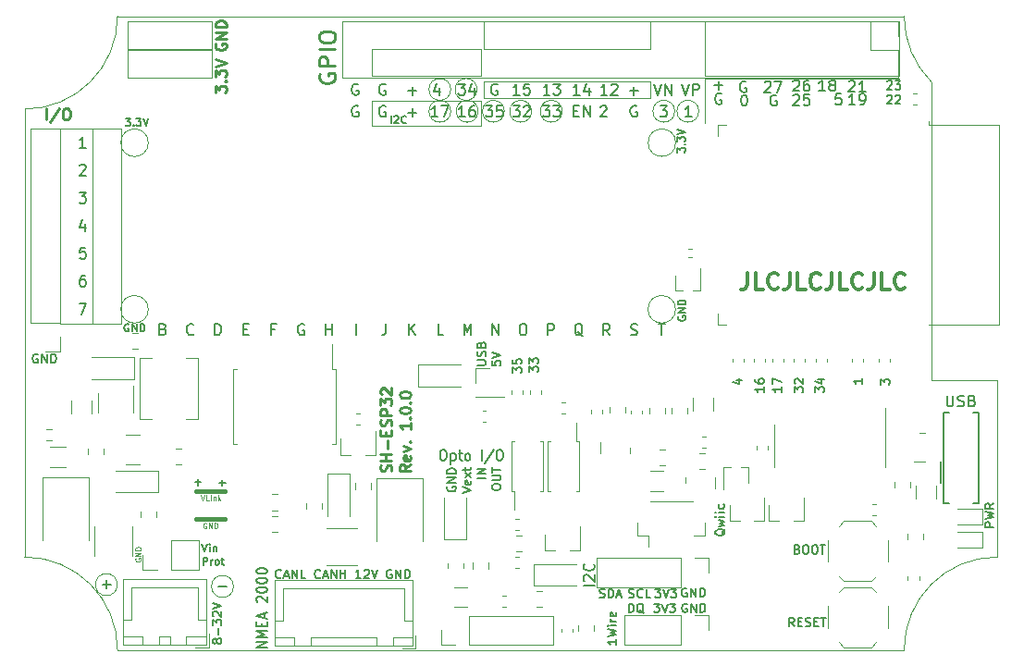
<source format=gbr>
G04 #@! TF.GenerationSoftware,KiCad,Pcbnew,5.1.5+dfsg1-2build2*
G04 #@! TF.CreationDate,2021-04-26T18:34:43+00:00*
G04 #@! TF.ProjectId,SH-ESP32,53482d45-5350-4333-922e-6b696361645f,0.3.1*
G04 #@! TF.SameCoordinates,Original*
G04 #@! TF.FileFunction,Legend,Top*
G04 #@! TF.FilePolarity,Positive*
%FSLAX46Y46*%
G04 Gerber Fmt 4.6, Leading zero omitted, Abs format (unit mm)*
G04 Created by KiCad (PCBNEW 5.1.5+dfsg1-2build2) date 2021-04-26 18:34:43*
%MOMM*%
%LPD*%
G04 APERTURE LIST*
%ADD10C,0.175000*%
%ADD11C,0.120000*%
%ADD12C,0.160000*%
%ADD13C,0.125000*%
G04 #@! TA.AperFunction,Profile*
%ADD14C,0.050000*%
G04 #@! TD*
%ADD15C,0.250000*%
%ADD16C,0.400000*%
%ADD17C,0.200000*%
%ADD18C,0.300000*%
%ADD19C,0.150000*%
G04 APERTURE END LIST*
D10*
X98516666Y-85200000D02*
X98450000Y-85166666D01*
X98350000Y-85166666D01*
X98250000Y-85200000D01*
X98183333Y-85266666D01*
X98150000Y-85333333D01*
X98116666Y-85466666D01*
X98116666Y-85566666D01*
X98150000Y-85700000D01*
X98183333Y-85766666D01*
X98250000Y-85833333D01*
X98350000Y-85866666D01*
X98416666Y-85866666D01*
X98516666Y-85833333D01*
X98550000Y-85800000D01*
X98550000Y-85566666D01*
X98416666Y-85566666D01*
X98850000Y-85866666D02*
X98850000Y-85166666D01*
X99250000Y-85866666D01*
X99250000Y-85166666D01*
X99583333Y-85866666D02*
X99583333Y-85166666D01*
X99750000Y-85166666D01*
X99850000Y-85200000D01*
X99916666Y-85266666D01*
X99950000Y-85333333D01*
X99983333Y-85466666D01*
X99983333Y-85566666D01*
X99950000Y-85700000D01*
X99916666Y-85766666D01*
X99850000Y-85833333D01*
X99750000Y-85866666D01*
X99583333Y-85866666D01*
X148825000Y-84458333D02*
X148791666Y-84525000D01*
X148791666Y-84625000D01*
X148825000Y-84725000D01*
X148891666Y-84791666D01*
X148958333Y-84825000D01*
X149091666Y-84858333D01*
X149191666Y-84858333D01*
X149325000Y-84825000D01*
X149391666Y-84791666D01*
X149458333Y-84725000D01*
X149491666Y-84625000D01*
X149491666Y-84558333D01*
X149458333Y-84458333D01*
X149425000Y-84425000D01*
X149191666Y-84425000D01*
X149191666Y-84558333D01*
X149491666Y-84125000D02*
X148791666Y-84125000D01*
X149491666Y-83725000D01*
X148791666Y-83725000D01*
X149491666Y-83391666D02*
X148791666Y-83391666D01*
X148791666Y-83225000D01*
X148825000Y-83125000D01*
X148891666Y-83058333D01*
X148958333Y-83025000D01*
X149091666Y-82991666D01*
X149191666Y-82991666D01*
X149325000Y-83025000D01*
X149391666Y-83058333D01*
X149458333Y-83125000D01*
X149491666Y-83225000D01*
X149491666Y-83391666D01*
X148741666Y-69458333D02*
X148741666Y-69025000D01*
X149008333Y-69258333D01*
X149008333Y-69158333D01*
X149041666Y-69091666D01*
X149075000Y-69058333D01*
X149141666Y-69025000D01*
X149308333Y-69025000D01*
X149375000Y-69058333D01*
X149408333Y-69091666D01*
X149441666Y-69158333D01*
X149441666Y-69358333D01*
X149408333Y-69425000D01*
X149375000Y-69458333D01*
X149375000Y-68725000D02*
X149408333Y-68691666D01*
X149441666Y-68725000D01*
X149408333Y-68758333D01*
X149375000Y-68725000D01*
X149441666Y-68725000D01*
X148741666Y-68458333D02*
X148741666Y-68025000D01*
X149008333Y-68258333D01*
X149008333Y-68158333D01*
X149041666Y-68091666D01*
X149075000Y-68058333D01*
X149141666Y-68025000D01*
X149308333Y-68025000D01*
X149375000Y-68058333D01*
X149408333Y-68091666D01*
X149441666Y-68158333D01*
X149441666Y-68358333D01*
X149408333Y-68425000D01*
X149375000Y-68458333D01*
X148741666Y-67825000D02*
X149441666Y-67591666D01*
X148741666Y-67358333D01*
X98216666Y-66341666D02*
X98650000Y-66341666D01*
X98416666Y-66608333D01*
X98516666Y-66608333D01*
X98583333Y-66641666D01*
X98616666Y-66675000D01*
X98650000Y-66741666D01*
X98650000Y-66908333D01*
X98616666Y-66975000D01*
X98583333Y-67008333D01*
X98516666Y-67041666D01*
X98316666Y-67041666D01*
X98250000Y-67008333D01*
X98216666Y-66975000D01*
X98950000Y-66975000D02*
X98983333Y-67008333D01*
X98950000Y-67041666D01*
X98916666Y-67008333D01*
X98950000Y-66975000D01*
X98950000Y-67041666D01*
X99216666Y-66341666D02*
X99650000Y-66341666D01*
X99416666Y-66608333D01*
X99516666Y-66608333D01*
X99583333Y-66641666D01*
X99616666Y-66675000D01*
X99650000Y-66741666D01*
X99650000Y-66908333D01*
X99616666Y-66975000D01*
X99583333Y-67008333D01*
X99516666Y-67041666D01*
X99316666Y-67041666D01*
X99250000Y-67008333D01*
X99216666Y-66975000D01*
X99850000Y-66341666D02*
X100083333Y-67041666D01*
X100316666Y-66341666D01*
D11*
X100316445Y-68583222D02*
G75*
G03X100316445Y-68583222I-1258223J0D01*
G01*
X100316445Y-83825000D02*
G75*
G03X100316445Y-83825000I-1258223J0D01*
G01*
X148575001Y-83825000D02*
G75*
G03X148575001Y-83825000I-1258223J0D01*
G01*
X148583223Y-68575000D02*
G75*
G03X148583223Y-68575000I-1258223J0D01*
G01*
D12*
X177711904Y-103766666D02*
X176911904Y-103766666D01*
X176911904Y-103461904D01*
X176950000Y-103385714D01*
X176988095Y-103347619D01*
X177064285Y-103309523D01*
X177178571Y-103309523D01*
X177254761Y-103347619D01*
X177292857Y-103385714D01*
X177330952Y-103461904D01*
X177330952Y-103766666D01*
X176911904Y-103042857D02*
X177711904Y-102852380D01*
X177140476Y-102700000D01*
X177711904Y-102547619D01*
X176911904Y-102357142D01*
X177711904Y-101595238D02*
X177330952Y-101861904D01*
X177711904Y-102052380D02*
X176911904Y-102052380D01*
X176911904Y-101747619D01*
X176950000Y-101671428D01*
X176988095Y-101633333D01*
X177064285Y-101595238D01*
X177178571Y-101595238D01*
X177254761Y-101633333D01*
X177292857Y-101671428D01*
X177330952Y-101747619D01*
X177330952Y-102052380D01*
X149620476Y-110800000D02*
X149544285Y-110761904D01*
X149430000Y-110761904D01*
X149315714Y-110800000D01*
X149239523Y-110876190D01*
X149201428Y-110952380D01*
X149163333Y-111104761D01*
X149163333Y-111219047D01*
X149201428Y-111371428D01*
X149239523Y-111447619D01*
X149315714Y-111523809D01*
X149430000Y-111561904D01*
X149506190Y-111561904D01*
X149620476Y-111523809D01*
X149658571Y-111485714D01*
X149658571Y-111219047D01*
X149506190Y-111219047D01*
X150001428Y-111561904D02*
X150001428Y-110761904D01*
X150458571Y-111561904D01*
X150458571Y-110761904D01*
X150839523Y-111561904D02*
X150839523Y-110761904D01*
X151030000Y-110761904D01*
X151144285Y-110800000D01*
X151220476Y-110876190D01*
X151258571Y-110952380D01*
X151296666Y-111104761D01*
X151296666Y-111219047D01*
X151258571Y-111371428D01*
X151220476Y-111447619D01*
X151144285Y-111523809D01*
X151030000Y-111561904D01*
X150839523Y-111561904D01*
X146589523Y-110761904D02*
X147084761Y-110761904D01*
X146818095Y-111066666D01*
X146932380Y-111066666D01*
X147008571Y-111104761D01*
X147046666Y-111142857D01*
X147084761Y-111219047D01*
X147084761Y-111409523D01*
X147046666Y-111485714D01*
X147008571Y-111523809D01*
X146932380Y-111561904D01*
X146703809Y-111561904D01*
X146627619Y-111523809D01*
X146589523Y-111485714D01*
X147313333Y-110761904D02*
X147580000Y-111561904D01*
X147846666Y-110761904D01*
X148037142Y-110761904D02*
X148532380Y-110761904D01*
X148265714Y-111066666D01*
X148380000Y-111066666D01*
X148456190Y-111104761D01*
X148494285Y-111142857D01*
X148532380Y-111219047D01*
X148532380Y-111409523D01*
X148494285Y-111485714D01*
X148456190Y-111523809D01*
X148380000Y-111561904D01*
X148151428Y-111561904D01*
X148075238Y-111523809D01*
X148037142Y-111485714D01*
X144301428Y-111561904D02*
X144301428Y-110761904D01*
X144491904Y-110761904D01*
X144606190Y-110800000D01*
X144682380Y-110876190D01*
X144720476Y-110952380D01*
X144758571Y-111104761D01*
X144758571Y-111219047D01*
X144720476Y-111371428D01*
X144682380Y-111447619D01*
X144606190Y-111523809D01*
X144491904Y-111561904D01*
X144301428Y-111561904D01*
X145634761Y-111638095D02*
X145558571Y-111600000D01*
X145482380Y-111523809D01*
X145368095Y-111409523D01*
X145291904Y-111371428D01*
X145215714Y-111371428D01*
X145253809Y-111561904D02*
X145177619Y-111523809D01*
X145101428Y-111447619D01*
X145063333Y-111295238D01*
X145063333Y-111028571D01*
X145101428Y-110876190D01*
X145177619Y-110800000D01*
X145253809Y-110761904D01*
X145406190Y-110761904D01*
X145482380Y-110800000D01*
X145558571Y-110876190D01*
X145596666Y-111028571D01*
X145596666Y-111295238D01*
X145558571Y-111447619D01*
X145482380Y-111523809D01*
X145406190Y-111561904D01*
X145253809Y-111561904D01*
D13*
X99150000Y-106630952D02*
X99126190Y-106678571D01*
X99126190Y-106750000D01*
X99150000Y-106821428D01*
X99197619Y-106869047D01*
X99245238Y-106892857D01*
X99340476Y-106916666D01*
X99411904Y-106916666D01*
X99507142Y-106892857D01*
X99554761Y-106869047D01*
X99602380Y-106821428D01*
X99626190Y-106750000D01*
X99626190Y-106702380D01*
X99602380Y-106630952D01*
X99578571Y-106607142D01*
X99411904Y-106607142D01*
X99411904Y-106702380D01*
X99626190Y-106392857D02*
X99126190Y-106392857D01*
X99626190Y-106107142D01*
X99126190Y-106107142D01*
X99626190Y-105869047D02*
X99126190Y-105869047D01*
X99126190Y-105750000D01*
X99150000Y-105678571D01*
X99197619Y-105630952D01*
X99245238Y-105607142D01*
X99340476Y-105583333D01*
X99411904Y-105583333D01*
X99507142Y-105607142D01*
X99554761Y-105630952D01*
X99602380Y-105678571D01*
X99626190Y-105750000D01*
X99626190Y-105869047D01*
D12*
X122516666Y-66816666D02*
X122516666Y-66116666D01*
X122816666Y-66183333D02*
X122850000Y-66150000D01*
X122916666Y-66116666D01*
X123083333Y-66116666D01*
X123150000Y-66150000D01*
X123183333Y-66183333D01*
X123216666Y-66250000D01*
X123216666Y-66316666D01*
X123183333Y-66416666D01*
X122783333Y-66816666D01*
X123216666Y-66816666D01*
X123916666Y-66750000D02*
X123883333Y-66783333D01*
X123783333Y-66816666D01*
X123716666Y-66816666D01*
X123616666Y-66783333D01*
X123550000Y-66716666D01*
X123516666Y-66650000D01*
X123483333Y-66516666D01*
X123483333Y-66416666D01*
X123516666Y-66283333D01*
X123550000Y-66216666D01*
X123616666Y-66150000D01*
X123716666Y-66116666D01*
X123783333Y-66116666D01*
X123883333Y-66150000D01*
X123916666Y-66183333D01*
D14*
X178000000Y-90300000D02*
X178000000Y-106500000D01*
X172000000Y-90300000D02*
X172000092Y-63020889D01*
X178000000Y-90300000D02*
X172000000Y-90300000D01*
D12*
X112454095Y-108375714D02*
X112416000Y-108413809D01*
X112301714Y-108451904D01*
X112225523Y-108451904D01*
X112111238Y-108413809D01*
X112035047Y-108337619D01*
X111996952Y-108261428D01*
X111958857Y-108109047D01*
X111958857Y-107994761D01*
X111996952Y-107842380D01*
X112035047Y-107766190D01*
X112111238Y-107690000D01*
X112225523Y-107651904D01*
X112301714Y-107651904D01*
X112416000Y-107690000D01*
X112454095Y-107728095D01*
X112758857Y-108223333D02*
X113139809Y-108223333D01*
X112682666Y-108451904D02*
X112949333Y-107651904D01*
X113216000Y-108451904D01*
X113482666Y-108451904D02*
X113482666Y-107651904D01*
X113939809Y-108451904D01*
X113939809Y-107651904D01*
X114701714Y-108451904D02*
X114320761Y-108451904D01*
X114320761Y-107651904D01*
X116035047Y-108375714D02*
X115996952Y-108413809D01*
X115882666Y-108451904D01*
X115806476Y-108451904D01*
X115692190Y-108413809D01*
X115616000Y-108337619D01*
X115577904Y-108261428D01*
X115539809Y-108109047D01*
X115539809Y-107994761D01*
X115577904Y-107842380D01*
X115616000Y-107766190D01*
X115692190Y-107690000D01*
X115806476Y-107651904D01*
X115882666Y-107651904D01*
X115996952Y-107690000D01*
X116035047Y-107728095D01*
X116339809Y-108223333D02*
X116720761Y-108223333D01*
X116263619Y-108451904D02*
X116530285Y-107651904D01*
X116796952Y-108451904D01*
X117063619Y-108451904D02*
X117063619Y-107651904D01*
X117520761Y-108451904D01*
X117520761Y-107651904D01*
X117901714Y-108451904D02*
X117901714Y-107651904D01*
X117901714Y-108032857D02*
X118358857Y-108032857D01*
X118358857Y-108451904D02*
X118358857Y-107651904D01*
X119768380Y-108451904D02*
X119311238Y-108451904D01*
X119539809Y-108451904D02*
X119539809Y-107651904D01*
X119463619Y-107766190D01*
X119387428Y-107842380D01*
X119311238Y-107880476D01*
X120073142Y-107728095D02*
X120111238Y-107690000D01*
X120187428Y-107651904D01*
X120377904Y-107651904D01*
X120454095Y-107690000D01*
X120492190Y-107728095D01*
X120530285Y-107804285D01*
X120530285Y-107880476D01*
X120492190Y-107994761D01*
X120035047Y-108451904D01*
X120530285Y-108451904D01*
X120758857Y-107651904D02*
X121025523Y-108451904D01*
X121292190Y-107651904D01*
X122587428Y-107690000D02*
X122511238Y-107651904D01*
X122396952Y-107651904D01*
X122282666Y-107690000D01*
X122206476Y-107766190D01*
X122168380Y-107842380D01*
X122130285Y-107994761D01*
X122130285Y-108109047D01*
X122168380Y-108261428D01*
X122206476Y-108337619D01*
X122282666Y-108413809D01*
X122396952Y-108451904D01*
X122473142Y-108451904D01*
X122587428Y-108413809D01*
X122625523Y-108375714D01*
X122625523Y-108109047D01*
X122473142Y-108109047D01*
X122968380Y-108451904D02*
X122968380Y-107651904D01*
X123425523Y-108451904D01*
X123425523Y-107651904D01*
X123806476Y-108451904D02*
X123806476Y-107651904D01*
X123996952Y-107651904D01*
X124111238Y-107690000D01*
X124187428Y-107766190D01*
X124225523Y-107842380D01*
X124263619Y-107994761D01*
X124263619Y-108109047D01*
X124225523Y-108261428D01*
X124187428Y-108337619D01*
X124111238Y-108413809D01*
X123996952Y-108451904D01*
X123806476Y-108451904D01*
X96119047Y-109021428D02*
X96880952Y-109021428D01*
X96500000Y-109402380D02*
X96500000Y-108640476D01*
D11*
X108114988Y-109190000D02*
G75*
G03X108114988Y-109190000I-1004988J0D01*
G01*
X97484988Y-109030000D02*
G75*
G03X97484988Y-109030000I-1004988J0D01*
G01*
D12*
X106719047Y-109171428D02*
X107480952Y-109171428D01*
D11*
X130750000Y-64750000D02*
X120750000Y-64750000D01*
X130750000Y-67000000D02*
X130750000Y-64750000D01*
X120750000Y-67000000D02*
X130750000Y-67000000D01*
X120750000Y-64750000D02*
X120750000Y-67000000D01*
X131000000Y-64500000D02*
X131000000Y-63000000D01*
X146250000Y-64500000D02*
X131000000Y-64500000D01*
X146250000Y-63000000D02*
X146250000Y-64500000D01*
X131000000Y-63000000D02*
X146250000Y-63000000D01*
X169000000Y-62750000D02*
X151250000Y-62750000D01*
X151250000Y-62750000D02*
X151250000Y-66750000D01*
X169000000Y-57500000D02*
X151250000Y-57500000D01*
X169000000Y-62500000D02*
X169000000Y-57500000D01*
X151250000Y-62500000D02*
X169000000Y-62500000D01*
X151250000Y-57500000D02*
X151250000Y-62500000D01*
X146250000Y-60000000D02*
X131000000Y-60000000D01*
X146250000Y-57500000D02*
X146250000Y-60000000D01*
X131000000Y-57500000D02*
X146250000Y-57500000D01*
X131000000Y-60000000D02*
X131000000Y-57500000D01*
X120750000Y-62500000D02*
X120750000Y-60000000D01*
X130750000Y-62500000D02*
X120750000Y-62500000D01*
X130750000Y-60000000D02*
X130750000Y-62500000D01*
X120750000Y-60000000D02*
X130750000Y-60000000D01*
D12*
X167361904Y-90701619D02*
X167361904Y-90206380D01*
X167666666Y-90473047D01*
X167666666Y-90358761D01*
X167704761Y-90282571D01*
X167742857Y-90244476D01*
X167819047Y-90206380D01*
X168009523Y-90206380D01*
X168085714Y-90244476D01*
X168123809Y-90282571D01*
X168161904Y-90358761D01*
X168161904Y-90587333D01*
X168123809Y-90663523D01*
X168085714Y-90701619D01*
X165661904Y-90156380D02*
X165661904Y-90613523D01*
X165661904Y-90384952D02*
X164861904Y-90384952D01*
X164976190Y-90461142D01*
X165052380Y-90537333D01*
X165090476Y-90613523D01*
X161361904Y-91413523D02*
X161361904Y-90918285D01*
X161666666Y-91184952D01*
X161666666Y-91070666D01*
X161704761Y-90994476D01*
X161742857Y-90956380D01*
X161819047Y-90918285D01*
X162009523Y-90918285D01*
X162085714Y-90956380D01*
X162123809Y-90994476D01*
X162161904Y-91070666D01*
X162161904Y-91299238D01*
X162123809Y-91375428D01*
X162085714Y-91413523D01*
X161628571Y-90232571D02*
X162161904Y-90232571D01*
X161323809Y-90423047D02*
X161895238Y-90613523D01*
X161895238Y-90118285D01*
X159461904Y-91413523D02*
X159461904Y-90918285D01*
X159766666Y-91184952D01*
X159766666Y-91070666D01*
X159804761Y-90994476D01*
X159842857Y-90956380D01*
X159919047Y-90918285D01*
X160109523Y-90918285D01*
X160185714Y-90956380D01*
X160223809Y-90994476D01*
X160261904Y-91070666D01*
X160261904Y-91299238D01*
X160223809Y-91375428D01*
X160185714Y-91413523D01*
X159538095Y-90613523D02*
X159500000Y-90575428D01*
X159461904Y-90499238D01*
X159461904Y-90308761D01*
X159500000Y-90232571D01*
X159538095Y-90194476D01*
X159614285Y-90156380D01*
X159690476Y-90156380D01*
X159804761Y-90194476D01*
X160261904Y-90651619D01*
X160261904Y-90156380D01*
X158261904Y-90918285D02*
X158261904Y-91375428D01*
X158261904Y-91146857D02*
X157461904Y-91146857D01*
X157576190Y-91223047D01*
X157652380Y-91299238D01*
X157690476Y-91375428D01*
X157461904Y-90651619D02*
X157461904Y-90118285D01*
X158261904Y-90461142D01*
X156661904Y-90918285D02*
X156661904Y-91375428D01*
X156661904Y-91146857D02*
X155861904Y-91146857D01*
X155976190Y-91223047D01*
X156052380Y-91299238D01*
X156090476Y-91375428D01*
X155861904Y-90232571D02*
X155861904Y-90384952D01*
X155900000Y-90461142D01*
X155938095Y-90499238D01*
X156052380Y-90575428D01*
X156204761Y-90613523D01*
X156509523Y-90613523D01*
X156585714Y-90575428D01*
X156623809Y-90537333D01*
X156661904Y-90461142D01*
X156661904Y-90308761D01*
X156623809Y-90232571D01*
X156585714Y-90194476D01*
X156509523Y-90156380D01*
X156319047Y-90156380D01*
X156242857Y-90194476D01*
X156204761Y-90232571D01*
X156166666Y-90308761D01*
X156166666Y-90461142D01*
X156204761Y-90537333D01*
X156242857Y-90575428D01*
X156319047Y-90613523D01*
X132261904Y-63250000D02*
X132166666Y-63202380D01*
X132023809Y-63202380D01*
X131880952Y-63250000D01*
X131785714Y-63345238D01*
X131738095Y-63440476D01*
X131690476Y-63630952D01*
X131690476Y-63773809D01*
X131738095Y-63964285D01*
X131785714Y-64059523D01*
X131880952Y-64154761D01*
X132023809Y-64202380D01*
X132119047Y-64202380D01*
X132261904Y-64154761D01*
X132309523Y-64107142D01*
X132309523Y-63773809D01*
X132119047Y-63773809D01*
X155011904Y-63000000D02*
X154916666Y-62952380D01*
X154773809Y-62952380D01*
X154630952Y-63000000D01*
X154535714Y-63095238D01*
X154488095Y-63190476D01*
X154440476Y-63380952D01*
X154440476Y-63523809D01*
X154488095Y-63714285D01*
X154535714Y-63809523D01*
X154630952Y-63904761D01*
X154773809Y-63952380D01*
X154869047Y-63952380D01*
X155011904Y-63904761D01*
X155059523Y-63857142D01*
X155059523Y-63523809D01*
X154869047Y-63523809D01*
X152119047Y-63321428D02*
X152880952Y-63321428D01*
X152500000Y-63702380D02*
X152500000Y-62940476D01*
X144369047Y-63821428D02*
X145130952Y-63821428D01*
X144750000Y-64202380D02*
X144750000Y-63440476D01*
X124119047Y-63821428D02*
X124880952Y-63821428D01*
X124500000Y-64202380D02*
X124500000Y-63440476D01*
X124119047Y-65821428D02*
X124880952Y-65821428D01*
X124500000Y-66202380D02*
X124500000Y-65440476D01*
X119511904Y-65250000D02*
X119416666Y-65202380D01*
X119273809Y-65202380D01*
X119130952Y-65250000D01*
X119035714Y-65345238D01*
X118988095Y-65440476D01*
X118940476Y-65630952D01*
X118940476Y-65773809D01*
X118988095Y-65964285D01*
X119035714Y-66059523D01*
X119130952Y-66154761D01*
X119273809Y-66202380D01*
X119369047Y-66202380D01*
X119511904Y-66154761D01*
X119559523Y-66107142D01*
X119559523Y-65773809D01*
X119369047Y-65773809D01*
X119511904Y-63250000D02*
X119416666Y-63202380D01*
X119273809Y-63202380D01*
X119130952Y-63250000D01*
X119035714Y-63345238D01*
X118988095Y-63440476D01*
X118940476Y-63630952D01*
X118940476Y-63773809D01*
X118988095Y-63964285D01*
X119035714Y-64059523D01*
X119130952Y-64154761D01*
X119273809Y-64202380D01*
X119369047Y-64202380D01*
X119511904Y-64154761D01*
X119559523Y-64107142D01*
X119559523Y-63773809D01*
X119369047Y-63773809D01*
X122011904Y-65250000D02*
X121916666Y-65202380D01*
X121773809Y-65202380D01*
X121630952Y-65250000D01*
X121535714Y-65345238D01*
X121488095Y-65440476D01*
X121440476Y-65630952D01*
X121440476Y-65773809D01*
X121488095Y-65964285D01*
X121535714Y-66059523D01*
X121630952Y-66154761D01*
X121773809Y-66202380D01*
X121869047Y-66202380D01*
X122011904Y-66154761D01*
X122059523Y-66107142D01*
X122059523Y-65773809D01*
X121869047Y-65773809D01*
X122011904Y-63250000D02*
X121916666Y-63202380D01*
X121773809Y-63202380D01*
X121630952Y-63250000D01*
X121535714Y-63345238D01*
X121488095Y-63440476D01*
X121440476Y-63630952D01*
X121440476Y-63773809D01*
X121488095Y-63964285D01*
X121535714Y-64059523D01*
X121630952Y-64154761D01*
X121773809Y-64202380D01*
X121869047Y-64202380D01*
X122011904Y-64154761D01*
X122059523Y-64107142D01*
X122059523Y-63773809D01*
X121869047Y-63773809D01*
X157811904Y-64250000D02*
X157716666Y-64202380D01*
X157573809Y-64202380D01*
X157430952Y-64250000D01*
X157335714Y-64345238D01*
X157288095Y-64440476D01*
X157240476Y-64630952D01*
X157240476Y-64773809D01*
X157288095Y-64964285D01*
X157335714Y-65059523D01*
X157430952Y-65154761D01*
X157573809Y-65202380D01*
X157669047Y-65202380D01*
X157811904Y-65154761D01*
X157859523Y-65107142D01*
X157859523Y-64773809D01*
X157669047Y-64773809D01*
X152761904Y-64100000D02*
X152666666Y-64052380D01*
X152523809Y-64052380D01*
X152380952Y-64100000D01*
X152285714Y-64195238D01*
X152238095Y-64290476D01*
X152190476Y-64480952D01*
X152190476Y-64623809D01*
X152238095Y-64814285D01*
X152285714Y-64909523D01*
X152380952Y-65004761D01*
X152523809Y-65052380D01*
X152619047Y-65052380D01*
X152761904Y-65004761D01*
X152809523Y-64957142D01*
X152809523Y-64623809D01*
X152619047Y-64623809D01*
X145011904Y-65250000D02*
X144916666Y-65202380D01*
X144773809Y-65202380D01*
X144630952Y-65250000D01*
X144535714Y-65345238D01*
X144488095Y-65440476D01*
X144440476Y-65630952D01*
X144440476Y-65773809D01*
X144488095Y-65964285D01*
X144535714Y-66059523D01*
X144630952Y-66154761D01*
X144773809Y-66202380D01*
X144869047Y-66202380D01*
X145011904Y-66154761D01*
X145059523Y-66107142D01*
X145059523Y-65773809D01*
X144869047Y-65773809D01*
X147166666Y-65202380D02*
X147785714Y-65202380D01*
X147452380Y-65583333D01*
X147595238Y-65583333D01*
X147690476Y-65630952D01*
X147738095Y-65678571D01*
X147785714Y-65773809D01*
X147785714Y-66011904D01*
X147738095Y-66107142D01*
X147690476Y-66154761D01*
X147595238Y-66202380D01*
X147309523Y-66202380D01*
X147214285Y-66154761D01*
X147166666Y-66107142D01*
X150035714Y-66202380D02*
X149464285Y-66202380D01*
X149750000Y-66202380D02*
X149750000Y-65202380D01*
X149654761Y-65345238D01*
X149559523Y-65440476D01*
X149464285Y-65488095D01*
X154802380Y-64202380D02*
X154897619Y-64202380D01*
X154992857Y-64250000D01*
X155040476Y-64297619D01*
X155088095Y-64392857D01*
X155135714Y-64583333D01*
X155135714Y-64821428D01*
X155088095Y-65011904D01*
X155040476Y-65107142D01*
X154992857Y-65154761D01*
X154897619Y-65202380D01*
X154802380Y-65202380D01*
X154707142Y-65154761D01*
X154659523Y-65107142D01*
X154611904Y-65011904D01*
X154564285Y-64821428D01*
X154564285Y-64583333D01*
X154611904Y-64392857D01*
X154659523Y-64297619D01*
X154707142Y-64250000D01*
X154802380Y-64202380D01*
D14*
X169500000Y-115000000D02*
G75*
G02X178000000Y-106500000I8500000J0D01*
G01*
X89000000Y-106500000D02*
G75*
G02X97500000Y-115000000I0J-8500000D01*
G01*
X172000092Y-63020889D02*
G75*
G02X169500000Y-57000000I5999908J6020889D01*
G01*
X97500000Y-57000000D02*
G75*
G02X89000000Y-65500000I-8500000J0D01*
G01*
D15*
X122529761Y-98647023D02*
X122577380Y-98504166D01*
X122577380Y-98266071D01*
X122529761Y-98170833D01*
X122482142Y-98123214D01*
X122386904Y-98075595D01*
X122291666Y-98075595D01*
X122196428Y-98123214D01*
X122148809Y-98170833D01*
X122101190Y-98266071D01*
X122053571Y-98456547D01*
X122005952Y-98551785D01*
X121958333Y-98599404D01*
X121863095Y-98647023D01*
X121767857Y-98647023D01*
X121672619Y-98599404D01*
X121625000Y-98551785D01*
X121577380Y-98456547D01*
X121577380Y-98218452D01*
X121625000Y-98075595D01*
X122577380Y-97647023D02*
X121577380Y-97647023D01*
X122053571Y-97647023D02*
X122053571Y-97075595D01*
X122577380Y-97075595D02*
X121577380Y-97075595D01*
X122196428Y-96599404D02*
X122196428Y-95837500D01*
X122053571Y-95361309D02*
X122053571Y-95027976D01*
X122577380Y-94885119D02*
X122577380Y-95361309D01*
X121577380Y-95361309D01*
X121577380Y-94885119D01*
X122529761Y-94504166D02*
X122577380Y-94361309D01*
X122577380Y-94123214D01*
X122529761Y-94027976D01*
X122482142Y-93980357D01*
X122386904Y-93932738D01*
X122291666Y-93932738D01*
X122196428Y-93980357D01*
X122148809Y-94027976D01*
X122101190Y-94123214D01*
X122053571Y-94313690D01*
X122005952Y-94408928D01*
X121958333Y-94456547D01*
X121863095Y-94504166D01*
X121767857Y-94504166D01*
X121672619Y-94456547D01*
X121625000Y-94408928D01*
X121577380Y-94313690D01*
X121577380Y-94075595D01*
X121625000Y-93932738D01*
X122577380Y-93504166D02*
X121577380Y-93504166D01*
X121577380Y-93123214D01*
X121625000Y-93027976D01*
X121672619Y-92980357D01*
X121767857Y-92932738D01*
X121910714Y-92932738D01*
X122005952Y-92980357D01*
X122053571Y-93027976D01*
X122101190Y-93123214D01*
X122101190Y-93504166D01*
X121577380Y-92599404D02*
X121577380Y-91980357D01*
X121958333Y-92313690D01*
X121958333Y-92170833D01*
X122005952Y-92075595D01*
X122053571Y-92027976D01*
X122148809Y-91980357D01*
X122386904Y-91980357D01*
X122482142Y-92027976D01*
X122529761Y-92075595D01*
X122577380Y-92170833D01*
X122577380Y-92456547D01*
X122529761Y-92551785D01*
X122482142Y-92599404D01*
X121672619Y-91599404D02*
X121625000Y-91551785D01*
X121577380Y-91456547D01*
X121577380Y-91218452D01*
X121625000Y-91123214D01*
X121672619Y-91075595D01*
X121767857Y-91027976D01*
X121863095Y-91027976D01*
X122005952Y-91075595D01*
X122577380Y-91647023D01*
X122577380Y-91027976D01*
X124327380Y-98027976D02*
X123851190Y-98361309D01*
X124327380Y-98599404D02*
X123327380Y-98599404D01*
X123327380Y-98218452D01*
X123375000Y-98123214D01*
X123422619Y-98075595D01*
X123517857Y-98027976D01*
X123660714Y-98027976D01*
X123755952Y-98075595D01*
X123803571Y-98123214D01*
X123851190Y-98218452D01*
X123851190Y-98599404D01*
X124279761Y-97218452D02*
X124327380Y-97313690D01*
X124327380Y-97504166D01*
X124279761Y-97599404D01*
X124184523Y-97647023D01*
X123803571Y-97647023D01*
X123708333Y-97599404D01*
X123660714Y-97504166D01*
X123660714Y-97313690D01*
X123708333Y-97218452D01*
X123803571Y-97170833D01*
X123898809Y-97170833D01*
X123994047Y-97647023D01*
X123660714Y-96837500D02*
X124327380Y-96599404D01*
X123660714Y-96361309D01*
X124232142Y-95980357D02*
X124279761Y-95932738D01*
X124327380Y-95980357D01*
X124279761Y-96027976D01*
X124232142Y-95980357D01*
X124327380Y-95980357D01*
X124327380Y-94218452D02*
X124327380Y-94789880D01*
X124327380Y-94504166D02*
X123327380Y-94504166D01*
X123470238Y-94599404D01*
X123565476Y-94694642D01*
X123613095Y-94789880D01*
X124232142Y-93789880D02*
X124279761Y-93742261D01*
X124327380Y-93789880D01*
X124279761Y-93837500D01*
X124232142Y-93789880D01*
X124327380Y-93789880D01*
X123327380Y-93123214D02*
X123327380Y-93027976D01*
X123375000Y-92932738D01*
X123422619Y-92885119D01*
X123517857Y-92837500D01*
X123708333Y-92789880D01*
X123946428Y-92789880D01*
X124136904Y-92837500D01*
X124232142Y-92885119D01*
X124279761Y-92932738D01*
X124327380Y-93027976D01*
X124327380Y-93123214D01*
X124279761Y-93218452D01*
X124232142Y-93266071D01*
X124136904Y-93313690D01*
X123946428Y-93361309D01*
X123708333Y-93361309D01*
X123517857Y-93313690D01*
X123422619Y-93266071D01*
X123375000Y-93218452D01*
X123327380Y-93123214D01*
X124232142Y-92361309D02*
X124279761Y-92313690D01*
X124327380Y-92361309D01*
X124279761Y-92408928D01*
X124232142Y-92361309D01*
X124327380Y-92361309D01*
X123327380Y-91694642D02*
X123327380Y-91599404D01*
X123375000Y-91504166D01*
X123422619Y-91456547D01*
X123517857Y-91408928D01*
X123708333Y-91361309D01*
X123946428Y-91361309D01*
X124136904Y-91408928D01*
X124232142Y-91456547D01*
X124279761Y-91504166D01*
X124327380Y-91599404D01*
X124327380Y-91694642D01*
X124279761Y-91789880D01*
X124232142Y-91837500D01*
X124136904Y-91885119D01*
X123946428Y-91932738D01*
X123708333Y-91932738D01*
X123517857Y-91885119D01*
X123422619Y-91837500D01*
X123375000Y-91789880D01*
X123327380Y-91694642D01*
D13*
X105619047Y-103400000D02*
X105571428Y-103376190D01*
X105500000Y-103376190D01*
X105428571Y-103400000D01*
X105380952Y-103447619D01*
X105357142Y-103495238D01*
X105333333Y-103590476D01*
X105333333Y-103661904D01*
X105357142Y-103757142D01*
X105380952Y-103804761D01*
X105428571Y-103852380D01*
X105500000Y-103876190D01*
X105547619Y-103876190D01*
X105619047Y-103852380D01*
X105642857Y-103828571D01*
X105642857Y-103661904D01*
X105547619Y-103661904D01*
X105857142Y-103876190D02*
X105857142Y-103376190D01*
X106142857Y-103876190D01*
X106142857Y-103376190D01*
X106380952Y-103876190D02*
X106380952Y-103376190D01*
X106500000Y-103376190D01*
X106571428Y-103400000D01*
X106619047Y-103447619D01*
X106642857Y-103495238D01*
X106666666Y-103590476D01*
X106666666Y-103661904D01*
X106642857Y-103757142D01*
X106619047Y-103804761D01*
X106571428Y-103852380D01*
X106500000Y-103876190D01*
X106380952Y-103876190D01*
X105133333Y-100826190D02*
X105300000Y-101326190D01*
X105466666Y-100826190D01*
X105871428Y-101326190D02*
X105633333Y-101326190D01*
X105633333Y-100826190D01*
X106038095Y-101326190D02*
X106038095Y-100992857D01*
X106038095Y-100826190D02*
X106014285Y-100850000D01*
X106038095Y-100873809D01*
X106061904Y-100850000D01*
X106038095Y-100826190D01*
X106038095Y-100873809D01*
X106276190Y-100992857D02*
X106276190Y-101326190D01*
X106276190Y-101040476D02*
X106300000Y-101016666D01*
X106347619Y-100992857D01*
X106419047Y-100992857D01*
X106466666Y-101016666D01*
X106490476Y-101064285D01*
X106490476Y-101326190D01*
X106728571Y-101326190D02*
X106728571Y-100826190D01*
X106776190Y-101135714D02*
X106919047Y-101326190D01*
X106919047Y-100992857D02*
X106728571Y-101183333D01*
D12*
X106833333Y-99700000D02*
X107366666Y-99700000D01*
X107100000Y-99966666D02*
X107100000Y-99433333D01*
X104604333Y-99668000D02*
X105137666Y-99668000D01*
X104871000Y-99934666D02*
X104871000Y-99401333D01*
D16*
X104678500Y-103000000D02*
X107300000Y-103000000D01*
X104678500Y-100483500D02*
X107300000Y-100483500D01*
D12*
X90190476Y-87950000D02*
X90114285Y-87911904D01*
X90000000Y-87911904D01*
X89885714Y-87950000D01*
X89809523Y-88026190D01*
X89771428Y-88102380D01*
X89733333Y-88254761D01*
X89733333Y-88369047D01*
X89771428Y-88521428D01*
X89809523Y-88597619D01*
X89885714Y-88673809D01*
X90000000Y-88711904D01*
X90076190Y-88711904D01*
X90190476Y-88673809D01*
X90228571Y-88635714D01*
X90228571Y-88369047D01*
X90076190Y-88369047D01*
X90571428Y-88711904D02*
X90571428Y-87911904D01*
X91028571Y-88711904D01*
X91028571Y-87911904D01*
X91409523Y-88711904D02*
X91409523Y-87911904D01*
X91600000Y-87911904D01*
X91714285Y-87950000D01*
X91790476Y-88026190D01*
X91828571Y-88102380D01*
X91866666Y-88254761D01*
X91866666Y-88369047D01*
X91828571Y-88521428D01*
X91790476Y-88597619D01*
X91714285Y-88673809D01*
X91600000Y-88711904D01*
X91409523Y-88711904D01*
D11*
X95190000Y-85150000D02*
X92205000Y-85150000D01*
X95199200Y-67310000D02*
X92202000Y-67310000D01*
D10*
X105230416Y-105304166D02*
X105463750Y-106004166D01*
X105697083Y-105304166D01*
X105930416Y-106004166D02*
X105930416Y-105537500D01*
X105930416Y-105304166D02*
X105897083Y-105337500D01*
X105930416Y-105370833D01*
X105963750Y-105337500D01*
X105930416Y-105304166D01*
X105930416Y-105370833D01*
X106263750Y-105537500D02*
X106263750Y-106004166D01*
X106263750Y-105604166D02*
X106297083Y-105570833D01*
X106363750Y-105537500D01*
X106463750Y-105537500D01*
X106530416Y-105570833D01*
X106563750Y-105637500D01*
X106563750Y-106004166D01*
X105330416Y-107229166D02*
X105330416Y-106529166D01*
X105597083Y-106529166D01*
X105663750Y-106562500D01*
X105697083Y-106595833D01*
X105730416Y-106662500D01*
X105730416Y-106762500D01*
X105697083Y-106829166D01*
X105663750Y-106862500D01*
X105597083Y-106895833D01*
X105330416Y-106895833D01*
X106030416Y-107229166D02*
X106030416Y-106762500D01*
X106030416Y-106895833D02*
X106063750Y-106829166D01*
X106097083Y-106795833D01*
X106163750Y-106762500D01*
X106230416Y-106762500D01*
X106563750Y-107229166D02*
X106497083Y-107195833D01*
X106463750Y-107162500D01*
X106430416Y-107095833D01*
X106430416Y-106895833D01*
X106463750Y-106829166D01*
X106497083Y-106795833D01*
X106563750Y-106762500D01*
X106663750Y-106762500D01*
X106730416Y-106795833D01*
X106763750Y-106829166D01*
X106797083Y-106895833D01*
X106797083Y-107095833D01*
X106763750Y-107162500D01*
X106730416Y-107195833D01*
X106663750Y-107229166D01*
X106563750Y-107229166D01*
X106997083Y-106762500D02*
X107263750Y-106762500D01*
X107097083Y-106529166D02*
X107097083Y-107129166D01*
X107130416Y-107195833D01*
X107197083Y-107229166D01*
X107263750Y-107229166D01*
D15*
X91002380Y-66452380D02*
X91002380Y-65452380D01*
X92192857Y-65404761D02*
X91335714Y-66690476D01*
X92716666Y-65452380D02*
X92907142Y-65452380D01*
X93002380Y-65500000D01*
X93097619Y-65595238D01*
X93145238Y-65785714D01*
X93145238Y-66119047D01*
X93097619Y-66309523D01*
X93002380Y-66404761D01*
X92907142Y-66452380D01*
X92716666Y-66452380D01*
X92621428Y-66404761D01*
X92526190Y-66309523D01*
X92478571Y-66119047D01*
X92478571Y-65785714D01*
X92526190Y-65595238D01*
X92621428Y-65500000D01*
X92716666Y-65452380D01*
D12*
X142549523Y-86177380D02*
X142216190Y-85701190D01*
X141978095Y-86177380D02*
X141978095Y-85177380D01*
X142359047Y-85177380D01*
X142454285Y-85225000D01*
X142501904Y-85272619D01*
X142549523Y-85367857D01*
X142549523Y-85510714D01*
X142501904Y-85605952D01*
X142454285Y-85653571D01*
X142359047Y-85701190D01*
X141978095Y-85701190D01*
X144494285Y-86129761D02*
X144637142Y-86177380D01*
X144875238Y-86177380D01*
X144970476Y-86129761D01*
X145018095Y-86082142D01*
X145065714Y-85986904D01*
X145065714Y-85891666D01*
X145018095Y-85796428D01*
X144970476Y-85748809D01*
X144875238Y-85701190D01*
X144684761Y-85653571D01*
X144589523Y-85605952D01*
X144541904Y-85558333D01*
X144494285Y-85463095D01*
X144494285Y-85367857D01*
X144541904Y-85272619D01*
X144589523Y-85225000D01*
X144684761Y-85177380D01*
X144922857Y-85177380D01*
X145065714Y-85225000D01*
X147034285Y-85177380D02*
X147605714Y-85177380D01*
X147320000Y-86177380D02*
X147320000Y-85177380D01*
D11*
X128000000Y-65700000D02*
G75*
G03X128000000Y-65700000I-1000000J0D01*
G01*
X150700000Y-65700000D02*
G75*
G03X150700000Y-65700000I-1000000J0D01*
G01*
X148500000Y-65700000D02*
G75*
G03X148500000Y-65700000I-1000000J0D01*
G01*
X130500000Y-65700000D02*
G75*
G03X130500000Y-65700000I-1000000J0D01*
G01*
X138200000Y-65700000D02*
G75*
G03X138200000Y-65700000I-1000000J0D01*
G01*
X130400000Y-63700000D02*
G75*
G03X130400000Y-63700000I-1000000J0D01*
G01*
X132900000Y-65700000D02*
G75*
G03X132900000Y-65700000I-1000000J0D01*
G01*
X135400000Y-65700000D02*
G75*
G03X135400000Y-65700000I-1000000J0D01*
G01*
X128000000Y-63700000D02*
G75*
G03X128000000Y-63700000I-1000000J0D01*
G01*
D17*
X127244857Y-96683380D02*
X127416285Y-96683380D01*
X127502000Y-96731000D01*
X127587714Y-96826238D01*
X127630571Y-97016714D01*
X127630571Y-97350047D01*
X127587714Y-97540523D01*
X127502000Y-97635761D01*
X127416285Y-97683380D01*
X127244857Y-97683380D01*
X127159142Y-97635761D01*
X127073428Y-97540523D01*
X127030571Y-97350047D01*
X127030571Y-97016714D01*
X127073428Y-96826238D01*
X127159142Y-96731000D01*
X127244857Y-96683380D01*
X128016285Y-97016714D02*
X128016285Y-98016714D01*
X128016285Y-97064333D02*
X128102000Y-97016714D01*
X128273428Y-97016714D01*
X128359142Y-97064333D01*
X128402000Y-97111952D01*
X128444857Y-97207190D01*
X128444857Y-97492904D01*
X128402000Y-97588142D01*
X128359142Y-97635761D01*
X128273428Y-97683380D01*
X128102000Y-97683380D01*
X128016285Y-97635761D01*
X128702000Y-97016714D02*
X129044857Y-97016714D01*
X128830571Y-96683380D02*
X128830571Y-97540523D01*
X128873428Y-97635761D01*
X128959142Y-97683380D01*
X129044857Y-97683380D01*
X129473428Y-97683380D02*
X129387714Y-97635761D01*
X129344857Y-97588142D01*
X129302000Y-97492904D01*
X129302000Y-97207190D01*
X129344857Y-97111952D01*
X129387714Y-97064333D01*
X129473428Y-97016714D01*
X129602000Y-97016714D01*
X129687714Y-97064333D01*
X129730571Y-97111952D01*
X129773428Y-97207190D01*
X129773428Y-97492904D01*
X129730571Y-97588142D01*
X129687714Y-97635761D01*
X129602000Y-97683380D01*
X129473428Y-97683380D01*
X130844857Y-97683380D02*
X130844857Y-96683380D01*
X131916285Y-96635761D02*
X131144857Y-97921476D01*
X132387714Y-96683380D02*
X132559142Y-96683380D01*
X132644857Y-96731000D01*
X132730571Y-96826238D01*
X132773428Y-97016714D01*
X132773428Y-97350047D01*
X132730571Y-97540523D01*
X132644857Y-97635761D01*
X132559142Y-97683380D01*
X132387714Y-97683380D01*
X132302000Y-97635761D01*
X132216285Y-97540523D01*
X132173428Y-97350047D01*
X132173428Y-97016714D01*
X132216285Y-96826238D01*
X132302000Y-96731000D01*
X132387714Y-96683380D01*
D15*
X116000000Y-62250000D02*
X115928571Y-62392857D01*
X115928571Y-62607142D01*
X116000000Y-62821428D01*
X116142857Y-62964285D01*
X116285714Y-63035714D01*
X116571428Y-63107142D01*
X116785714Y-63107142D01*
X117071428Y-63035714D01*
X117214285Y-62964285D01*
X117357142Y-62821428D01*
X117428571Y-62607142D01*
X117428571Y-62464285D01*
X117357142Y-62250000D01*
X117285714Y-62178571D01*
X116785714Y-62178571D01*
X116785714Y-62464285D01*
X117428571Y-61535714D02*
X115928571Y-61535714D01*
X115928571Y-60964285D01*
X116000000Y-60821428D01*
X116071428Y-60750000D01*
X116214285Y-60678571D01*
X116428571Y-60678571D01*
X116571428Y-60750000D01*
X116642857Y-60821428D01*
X116714285Y-60964285D01*
X116714285Y-61535714D01*
X117428571Y-60035714D02*
X115928571Y-60035714D01*
X115928571Y-59035714D02*
X115928571Y-58750000D01*
X116000000Y-58607142D01*
X116142857Y-58464285D01*
X116428571Y-58392857D01*
X116928571Y-58392857D01*
X117214285Y-58464285D01*
X117357142Y-58607142D01*
X117428571Y-58750000D01*
X117428571Y-59035714D01*
X117357142Y-59178571D01*
X117214285Y-59321428D01*
X116928571Y-59392857D01*
X116428571Y-59392857D01*
X116142857Y-59321428D01*
X116000000Y-59178571D01*
X115928571Y-59035714D01*
D12*
X173408095Y-91712380D02*
X173408095Y-92521904D01*
X173455714Y-92617142D01*
X173503333Y-92664761D01*
X173598571Y-92712380D01*
X173789047Y-92712380D01*
X173884285Y-92664761D01*
X173931904Y-92617142D01*
X173979523Y-92521904D01*
X173979523Y-91712380D01*
X174408095Y-92664761D02*
X174550952Y-92712380D01*
X174789047Y-92712380D01*
X174884285Y-92664761D01*
X174931904Y-92617142D01*
X174979523Y-92521904D01*
X174979523Y-92426666D01*
X174931904Y-92331428D01*
X174884285Y-92283809D01*
X174789047Y-92236190D01*
X174598571Y-92188571D01*
X174503333Y-92140952D01*
X174455714Y-92093333D01*
X174408095Y-91998095D01*
X174408095Y-91902857D01*
X174455714Y-91807619D01*
X174503333Y-91760000D01*
X174598571Y-91712380D01*
X174836666Y-91712380D01*
X174979523Y-91760000D01*
X175741428Y-92188571D02*
X175884285Y-92236190D01*
X175931904Y-92283809D01*
X175979523Y-92379047D01*
X175979523Y-92521904D01*
X175931904Y-92617142D01*
X175884285Y-92664761D01*
X175789047Y-92712380D01*
X175408095Y-92712380D01*
X175408095Y-91712380D01*
X175741428Y-91712380D01*
X175836666Y-91760000D01*
X175884285Y-91807619D01*
X175931904Y-91902857D01*
X175931904Y-91998095D01*
X175884285Y-92093333D01*
X175836666Y-92140952D01*
X175741428Y-92188571D01*
X175408095Y-92188571D01*
X159714285Y-105792857D02*
X159828571Y-105830952D01*
X159866666Y-105869047D01*
X159904761Y-105945238D01*
X159904761Y-106059523D01*
X159866666Y-106135714D01*
X159828571Y-106173809D01*
X159752380Y-106211904D01*
X159447619Y-106211904D01*
X159447619Y-105411904D01*
X159714285Y-105411904D01*
X159790476Y-105450000D01*
X159828571Y-105488095D01*
X159866666Y-105564285D01*
X159866666Y-105640476D01*
X159828571Y-105716666D01*
X159790476Y-105754761D01*
X159714285Y-105792857D01*
X159447619Y-105792857D01*
X160400000Y-105411904D02*
X160552380Y-105411904D01*
X160628571Y-105450000D01*
X160704761Y-105526190D01*
X160742857Y-105678571D01*
X160742857Y-105945238D01*
X160704761Y-106097619D01*
X160628571Y-106173809D01*
X160552380Y-106211904D01*
X160400000Y-106211904D01*
X160323809Y-106173809D01*
X160247619Y-106097619D01*
X160209523Y-105945238D01*
X160209523Y-105678571D01*
X160247619Y-105526190D01*
X160323809Y-105450000D01*
X160400000Y-105411904D01*
X161238095Y-105411904D02*
X161390476Y-105411904D01*
X161466666Y-105450000D01*
X161542857Y-105526190D01*
X161580952Y-105678571D01*
X161580952Y-105945238D01*
X161542857Y-106097619D01*
X161466666Y-106173809D01*
X161390476Y-106211904D01*
X161238095Y-106211904D01*
X161161904Y-106173809D01*
X161085714Y-106097619D01*
X161047619Y-105945238D01*
X161047619Y-105678571D01*
X161085714Y-105526190D01*
X161161904Y-105450000D01*
X161238095Y-105411904D01*
X161809523Y-105411904D02*
X162266666Y-105411904D01*
X162038095Y-106211904D02*
X162038095Y-105411904D01*
X159438095Y-112861904D02*
X159171428Y-112480952D01*
X158980952Y-112861904D02*
X158980952Y-112061904D01*
X159285714Y-112061904D01*
X159361904Y-112100000D01*
X159400000Y-112138095D01*
X159438095Y-112214285D01*
X159438095Y-112328571D01*
X159400000Y-112404761D01*
X159361904Y-112442857D01*
X159285714Y-112480952D01*
X158980952Y-112480952D01*
X159780952Y-112442857D02*
X160047619Y-112442857D01*
X160161904Y-112861904D02*
X159780952Y-112861904D01*
X159780952Y-112061904D01*
X160161904Y-112061904D01*
X160466666Y-112823809D02*
X160580952Y-112861904D01*
X160771428Y-112861904D01*
X160847619Y-112823809D01*
X160885714Y-112785714D01*
X160923809Y-112709523D01*
X160923809Y-112633333D01*
X160885714Y-112557142D01*
X160847619Y-112519047D01*
X160771428Y-112480952D01*
X160619047Y-112442857D01*
X160542857Y-112404761D01*
X160504761Y-112366666D01*
X160466666Y-112290476D01*
X160466666Y-112214285D01*
X160504761Y-112138095D01*
X160542857Y-112100000D01*
X160619047Y-112061904D01*
X160809523Y-112061904D01*
X160923809Y-112100000D01*
X161266666Y-112442857D02*
X161533333Y-112442857D01*
X161647619Y-112861904D02*
X161266666Y-112861904D01*
X161266666Y-112061904D01*
X161647619Y-112061904D01*
X161876190Y-112061904D02*
X162333333Y-112061904D01*
X162104761Y-112861904D02*
X162104761Y-112061904D01*
X154128571Y-90282571D02*
X154661904Y-90282571D01*
X153823809Y-90473047D02*
X154395238Y-90663523D01*
X154395238Y-90168285D01*
X135211904Y-89581714D02*
X135211904Y-89086476D01*
X135516666Y-89353142D01*
X135516666Y-89238857D01*
X135554761Y-89162666D01*
X135592857Y-89124571D01*
X135669047Y-89086476D01*
X135859523Y-89086476D01*
X135935714Y-89124571D01*
X135973809Y-89162666D01*
X136011904Y-89238857D01*
X136011904Y-89467428D01*
X135973809Y-89543619D01*
X135935714Y-89581714D01*
X135211904Y-88819809D02*
X135211904Y-88324571D01*
X135516666Y-88591238D01*
X135516666Y-88476952D01*
X135554761Y-88400761D01*
X135592857Y-88362666D01*
X135669047Y-88324571D01*
X135859523Y-88324571D01*
X135935714Y-88362666D01*
X135973809Y-88400761D01*
X136011904Y-88476952D01*
X136011904Y-88705523D01*
X135973809Y-88781714D01*
X135935714Y-88819809D01*
X133661904Y-89631714D02*
X133661904Y-89136476D01*
X133966666Y-89403142D01*
X133966666Y-89288857D01*
X134004761Y-89212666D01*
X134042857Y-89174571D01*
X134119047Y-89136476D01*
X134309523Y-89136476D01*
X134385714Y-89174571D01*
X134423809Y-89212666D01*
X134461904Y-89288857D01*
X134461904Y-89517428D01*
X134423809Y-89593619D01*
X134385714Y-89631714D01*
X133661904Y-88412666D02*
X133661904Y-88793619D01*
X134042857Y-88831714D01*
X134004761Y-88793619D01*
X133966666Y-88717428D01*
X133966666Y-88526952D01*
X134004761Y-88450761D01*
X134042857Y-88412666D01*
X134119047Y-88374571D01*
X134309523Y-88374571D01*
X134385714Y-88412666D01*
X134423809Y-88450761D01*
X134461904Y-88526952D01*
X134461904Y-88717428D01*
X134423809Y-88793619D01*
X134385714Y-88831714D01*
X127716000Y-100052571D02*
X127677904Y-100128761D01*
X127677904Y-100243047D01*
X127716000Y-100357333D01*
X127792190Y-100433523D01*
X127868380Y-100471619D01*
X128020761Y-100509714D01*
X128135047Y-100509714D01*
X128287428Y-100471619D01*
X128363619Y-100433523D01*
X128439809Y-100357333D01*
X128477904Y-100243047D01*
X128477904Y-100166857D01*
X128439809Y-100052571D01*
X128401714Y-100014476D01*
X128135047Y-100014476D01*
X128135047Y-100166857D01*
X128477904Y-99671619D02*
X127677904Y-99671619D01*
X128477904Y-99214476D01*
X127677904Y-99214476D01*
X128477904Y-98833523D02*
X127677904Y-98833523D01*
X127677904Y-98643047D01*
X127716000Y-98528761D01*
X127792190Y-98452571D01*
X127868380Y-98414476D01*
X128020761Y-98376380D01*
X128135047Y-98376380D01*
X128287428Y-98414476D01*
X128363619Y-98452571D01*
X128439809Y-98528761D01*
X128477904Y-98643047D01*
X128477904Y-98833523D01*
X129037904Y-100624000D02*
X129837904Y-100357333D01*
X129037904Y-100090666D01*
X129799809Y-99519238D02*
X129837904Y-99595428D01*
X129837904Y-99747809D01*
X129799809Y-99824000D01*
X129723619Y-99862095D01*
X129418857Y-99862095D01*
X129342666Y-99824000D01*
X129304571Y-99747809D01*
X129304571Y-99595428D01*
X129342666Y-99519238D01*
X129418857Y-99481142D01*
X129495047Y-99481142D01*
X129571238Y-99862095D01*
X129837904Y-99214476D02*
X129304571Y-98795428D01*
X129304571Y-99214476D02*
X129837904Y-98795428D01*
X129304571Y-98604952D02*
X129304571Y-98300190D01*
X129037904Y-98490666D02*
X129723619Y-98490666D01*
X129799809Y-98452571D01*
X129837904Y-98376380D01*
X129837904Y-98300190D01*
X131197904Y-99252571D02*
X130397904Y-99252571D01*
X131197904Y-98871619D02*
X130397904Y-98871619D01*
X131197904Y-98414476D01*
X130397904Y-98414476D01*
X131757904Y-100166857D02*
X131757904Y-100014476D01*
X131796000Y-99938285D01*
X131872190Y-99862095D01*
X132024571Y-99824000D01*
X132291238Y-99824000D01*
X132443619Y-99862095D01*
X132519809Y-99938285D01*
X132557904Y-100014476D01*
X132557904Y-100166857D01*
X132519809Y-100243047D01*
X132443619Y-100319238D01*
X132291238Y-100357333D01*
X132024571Y-100357333D01*
X131872190Y-100319238D01*
X131796000Y-100243047D01*
X131757904Y-100166857D01*
X131757904Y-99481142D02*
X132405523Y-99481142D01*
X132481714Y-99443047D01*
X132519809Y-99404952D01*
X132557904Y-99328761D01*
X132557904Y-99176380D01*
X132519809Y-99100190D01*
X132481714Y-99062095D01*
X132405523Y-99024000D01*
X131757904Y-99024000D01*
X131757904Y-98757333D02*
X131757904Y-98300190D01*
X132557904Y-98528761D02*
X131757904Y-98528761D01*
X106554761Y-114276190D02*
X106516666Y-114352380D01*
X106478571Y-114390476D01*
X106402380Y-114428571D01*
X106364285Y-114428571D01*
X106288095Y-114390476D01*
X106250000Y-114352380D01*
X106211904Y-114276190D01*
X106211904Y-114123809D01*
X106250000Y-114047619D01*
X106288095Y-114009523D01*
X106364285Y-113971428D01*
X106402380Y-113971428D01*
X106478571Y-114009523D01*
X106516666Y-114047619D01*
X106554761Y-114123809D01*
X106554761Y-114276190D01*
X106592857Y-114352380D01*
X106630952Y-114390476D01*
X106707142Y-114428571D01*
X106859523Y-114428571D01*
X106935714Y-114390476D01*
X106973809Y-114352380D01*
X107011904Y-114276190D01*
X107011904Y-114123809D01*
X106973809Y-114047619D01*
X106935714Y-114009523D01*
X106859523Y-113971428D01*
X106707142Y-113971428D01*
X106630952Y-114009523D01*
X106592857Y-114047619D01*
X106554761Y-114123809D01*
X106707142Y-113628571D02*
X106707142Y-113019047D01*
X106211904Y-112714285D02*
X106211904Y-112219047D01*
X106516666Y-112485714D01*
X106516666Y-112371428D01*
X106554761Y-112295238D01*
X106592857Y-112257142D01*
X106669047Y-112219047D01*
X106859523Y-112219047D01*
X106935714Y-112257142D01*
X106973809Y-112295238D01*
X107011904Y-112371428D01*
X107011904Y-112600000D01*
X106973809Y-112676190D01*
X106935714Y-112714285D01*
X106288095Y-111914285D02*
X106250000Y-111876190D01*
X106211904Y-111800000D01*
X106211904Y-111609523D01*
X106250000Y-111533333D01*
X106288095Y-111495238D01*
X106364285Y-111457142D01*
X106440476Y-111457142D01*
X106554761Y-111495238D01*
X107011904Y-111952380D01*
X107011904Y-111457142D01*
X106211904Y-111228571D02*
X107011904Y-110961904D01*
X106211904Y-110695238D01*
X144297619Y-110173809D02*
X144411904Y-110211904D01*
X144602380Y-110211904D01*
X144678571Y-110173809D01*
X144716666Y-110135714D01*
X144754761Y-110059523D01*
X144754761Y-109983333D01*
X144716666Y-109907142D01*
X144678571Y-109869047D01*
X144602380Y-109830952D01*
X144450000Y-109792857D01*
X144373809Y-109754761D01*
X144335714Y-109716666D01*
X144297619Y-109640476D01*
X144297619Y-109564285D01*
X144335714Y-109488095D01*
X144373809Y-109450000D01*
X144450000Y-109411904D01*
X144640476Y-109411904D01*
X144754761Y-109450000D01*
X145554761Y-110135714D02*
X145516666Y-110173809D01*
X145402380Y-110211904D01*
X145326190Y-110211904D01*
X145211904Y-110173809D01*
X145135714Y-110097619D01*
X145097619Y-110021428D01*
X145059523Y-109869047D01*
X145059523Y-109754761D01*
X145097619Y-109602380D01*
X145135714Y-109526190D01*
X145211904Y-109450000D01*
X145326190Y-109411904D01*
X145402380Y-109411904D01*
X145516666Y-109450000D01*
X145554761Y-109488095D01*
X146278571Y-110211904D02*
X145897619Y-110211904D01*
X145897619Y-109411904D01*
X141628571Y-110173809D02*
X141742857Y-110211904D01*
X141933333Y-110211904D01*
X142009523Y-110173809D01*
X142047619Y-110135714D01*
X142085714Y-110059523D01*
X142085714Y-109983333D01*
X142047619Y-109907142D01*
X142009523Y-109869047D01*
X141933333Y-109830952D01*
X141780952Y-109792857D01*
X141704761Y-109754761D01*
X141666666Y-109716666D01*
X141628571Y-109640476D01*
X141628571Y-109564285D01*
X141666666Y-109488095D01*
X141704761Y-109450000D01*
X141780952Y-109411904D01*
X141971428Y-109411904D01*
X142085714Y-109450000D01*
X142428571Y-110211904D02*
X142428571Y-109411904D01*
X142619047Y-109411904D01*
X142733333Y-109450000D01*
X142809523Y-109526190D01*
X142847619Y-109602380D01*
X142885714Y-109754761D01*
X142885714Y-109869047D01*
X142847619Y-110021428D01*
X142809523Y-110097619D01*
X142733333Y-110173809D01*
X142619047Y-110211904D01*
X142428571Y-110211904D01*
X143190476Y-109983333D02*
X143571428Y-109983333D01*
X143114285Y-110211904D02*
X143380952Y-109411904D01*
X143647619Y-110211904D01*
X146709523Y-109411904D02*
X147204761Y-109411904D01*
X146938095Y-109716666D01*
X147052380Y-109716666D01*
X147128571Y-109754761D01*
X147166666Y-109792857D01*
X147204761Y-109869047D01*
X147204761Y-110059523D01*
X147166666Y-110135714D01*
X147128571Y-110173809D01*
X147052380Y-110211904D01*
X146823809Y-110211904D01*
X146747619Y-110173809D01*
X146709523Y-110135714D01*
X147433333Y-109411904D02*
X147700000Y-110211904D01*
X147966666Y-109411904D01*
X148157142Y-109411904D02*
X148652380Y-109411904D01*
X148385714Y-109716666D01*
X148500000Y-109716666D01*
X148576190Y-109754761D01*
X148614285Y-109792857D01*
X148652380Y-109869047D01*
X148652380Y-110059523D01*
X148614285Y-110135714D01*
X148576190Y-110173809D01*
X148500000Y-110211904D01*
X148271428Y-110211904D01*
X148195238Y-110173809D01*
X148157142Y-110135714D01*
X149590476Y-109400000D02*
X149514285Y-109361904D01*
X149400000Y-109361904D01*
X149285714Y-109400000D01*
X149209523Y-109476190D01*
X149171428Y-109552380D01*
X149133333Y-109704761D01*
X149133333Y-109819047D01*
X149171428Y-109971428D01*
X149209523Y-110047619D01*
X149285714Y-110123809D01*
X149400000Y-110161904D01*
X149476190Y-110161904D01*
X149590476Y-110123809D01*
X149628571Y-110085714D01*
X149628571Y-109819047D01*
X149476190Y-109819047D01*
X149971428Y-110161904D02*
X149971428Y-109361904D01*
X150428571Y-110161904D01*
X150428571Y-109361904D01*
X150809523Y-110161904D02*
X150809523Y-109361904D01*
X151000000Y-109361904D01*
X151114285Y-109400000D01*
X151190476Y-109476190D01*
X151228571Y-109552380D01*
X151266666Y-109704761D01*
X151266666Y-109819047D01*
X151228571Y-109971428D01*
X151190476Y-110047619D01*
X151114285Y-110123809D01*
X151000000Y-110161904D01*
X150809523Y-110161904D01*
X111202380Y-114821428D02*
X110202380Y-114821428D01*
X111202380Y-114307142D01*
X110202380Y-114307142D01*
X111202380Y-113878571D02*
X110202380Y-113878571D01*
X110916666Y-113578571D01*
X110202380Y-113278571D01*
X111202380Y-113278571D01*
X110678571Y-112850000D02*
X110678571Y-112550000D01*
X111202380Y-112421428D02*
X111202380Y-112850000D01*
X110202380Y-112850000D01*
X110202380Y-112421428D01*
X110916666Y-112078571D02*
X110916666Y-111650000D01*
X111202380Y-112164285D02*
X110202380Y-111864285D01*
X111202380Y-111564285D01*
X110297619Y-110621428D02*
X110250000Y-110578571D01*
X110202380Y-110492857D01*
X110202380Y-110278571D01*
X110250000Y-110192857D01*
X110297619Y-110150000D01*
X110392857Y-110107142D01*
X110488095Y-110107142D01*
X110630952Y-110150000D01*
X111202380Y-110664285D01*
X111202380Y-110107142D01*
X110202380Y-109550000D02*
X110202380Y-109464285D01*
X110250000Y-109378571D01*
X110297619Y-109335714D01*
X110392857Y-109292857D01*
X110583333Y-109250000D01*
X110821428Y-109250000D01*
X111011904Y-109292857D01*
X111107142Y-109335714D01*
X111154761Y-109378571D01*
X111202380Y-109464285D01*
X111202380Y-109550000D01*
X111154761Y-109635714D01*
X111107142Y-109678571D01*
X111011904Y-109721428D01*
X110821428Y-109764285D01*
X110583333Y-109764285D01*
X110392857Y-109721428D01*
X110297619Y-109678571D01*
X110250000Y-109635714D01*
X110202380Y-109550000D01*
X110202380Y-108692857D02*
X110202380Y-108607142D01*
X110250000Y-108521428D01*
X110297619Y-108478571D01*
X110392857Y-108435714D01*
X110583333Y-108392857D01*
X110821428Y-108392857D01*
X111011904Y-108435714D01*
X111107142Y-108478571D01*
X111154761Y-108521428D01*
X111202380Y-108607142D01*
X111202380Y-108692857D01*
X111154761Y-108778571D01*
X111107142Y-108821428D01*
X111011904Y-108864285D01*
X110821428Y-108907142D01*
X110583333Y-108907142D01*
X110392857Y-108864285D01*
X110297619Y-108821428D01*
X110250000Y-108778571D01*
X110202380Y-108692857D01*
X110202380Y-107835714D02*
X110202380Y-107750000D01*
X110250000Y-107664285D01*
X110297619Y-107621428D01*
X110392857Y-107578571D01*
X110583333Y-107535714D01*
X110821428Y-107535714D01*
X111011904Y-107578571D01*
X111107142Y-107621428D01*
X111154761Y-107664285D01*
X111202380Y-107750000D01*
X111202380Y-107835714D01*
X111154761Y-107921428D01*
X111107142Y-107964285D01*
X111011904Y-108007142D01*
X110821428Y-108050000D01*
X110583333Y-108050000D01*
X110392857Y-108007142D01*
X110297619Y-107964285D01*
X110250000Y-107921428D01*
X110202380Y-107835714D01*
X143151904Y-114039523D02*
X143151904Y-114496666D01*
X143151904Y-114268095D02*
X142351904Y-114268095D01*
X142466190Y-114344285D01*
X142542380Y-114420476D01*
X142580476Y-114496666D01*
X142351904Y-113772857D02*
X143151904Y-113582380D01*
X142580476Y-113430000D01*
X143151904Y-113277619D01*
X142351904Y-113087142D01*
X143151904Y-112782380D02*
X142618571Y-112782380D01*
X142351904Y-112782380D02*
X142390000Y-112820476D01*
X142428095Y-112782380D01*
X142390000Y-112744285D01*
X142351904Y-112782380D01*
X142428095Y-112782380D01*
X143151904Y-112401428D02*
X142618571Y-112401428D01*
X142770952Y-112401428D02*
X142694761Y-112363333D01*
X142656666Y-112325238D01*
X142618571Y-112249047D01*
X142618571Y-112172857D01*
X143113809Y-111601428D02*
X143151904Y-111677619D01*
X143151904Y-111830000D01*
X143113809Y-111906190D01*
X143037619Y-111944285D01*
X142732857Y-111944285D01*
X142656666Y-111906190D01*
X142618571Y-111830000D01*
X142618571Y-111677619D01*
X142656666Y-111601428D01*
X142732857Y-111563333D01*
X142809047Y-111563333D01*
X142885238Y-111944285D01*
X153108095Y-103948095D02*
X153070000Y-104024285D01*
X152993809Y-104100476D01*
X152879523Y-104214761D01*
X152841428Y-104290952D01*
X152841428Y-104367142D01*
X153031904Y-104329047D02*
X152993809Y-104405238D01*
X152917619Y-104481428D01*
X152765238Y-104519523D01*
X152498571Y-104519523D01*
X152346190Y-104481428D01*
X152270000Y-104405238D01*
X152231904Y-104329047D01*
X152231904Y-104176666D01*
X152270000Y-104100476D01*
X152346190Y-104024285D01*
X152498571Y-103986190D01*
X152765238Y-103986190D01*
X152917619Y-104024285D01*
X152993809Y-104100476D01*
X153031904Y-104176666D01*
X153031904Y-104329047D01*
X152498571Y-103719523D02*
X153031904Y-103567142D01*
X152650952Y-103414761D01*
X153031904Y-103262380D01*
X152498571Y-103110000D01*
X153031904Y-102805238D02*
X152498571Y-102805238D01*
X152231904Y-102805238D02*
X152270000Y-102843333D01*
X152308095Y-102805238D01*
X152270000Y-102767142D01*
X152231904Y-102805238D01*
X152308095Y-102805238D01*
X153031904Y-102424285D02*
X152498571Y-102424285D01*
X152231904Y-102424285D02*
X152270000Y-102462380D01*
X152308095Y-102424285D01*
X152270000Y-102386190D01*
X152231904Y-102424285D01*
X152308095Y-102424285D01*
X152993809Y-101700476D02*
X153031904Y-101776666D01*
X153031904Y-101929047D01*
X152993809Y-102005238D01*
X152955714Y-102043333D01*
X152879523Y-102081428D01*
X152650952Y-102081428D01*
X152574761Y-102043333D01*
X152536666Y-102005238D01*
X152498571Y-101929047D01*
X152498571Y-101776666D01*
X152536666Y-101700476D01*
X141152380Y-109126190D02*
X140152380Y-109126190D01*
X140247619Y-108697619D02*
X140200000Y-108650000D01*
X140152380Y-108554761D01*
X140152380Y-108316666D01*
X140200000Y-108221428D01*
X140247619Y-108173809D01*
X140342857Y-108126190D01*
X140438095Y-108126190D01*
X140580952Y-108173809D01*
X141152380Y-108745238D01*
X141152380Y-108126190D01*
X141057142Y-107126190D02*
X141104761Y-107173809D01*
X141152380Y-107316666D01*
X141152380Y-107411904D01*
X141104761Y-107554761D01*
X141009523Y-107650000D01*
X140914285Y-107697619D01*
X140723809Y-107745238D01*
X140580952Y-107745238D01*
X140390476Y-107697619D01*
X140295238Y-107650000D01*
X140200000Y-107554761D01*
X140152380Y-107411904D01*
X140152380Y-107316666D01*
X140200000Y-107173809D01*
X140247619Y-107126190D01*
X130411904Y-88935523D02*
X131059523Y-88935523D01*
X131135714Y-88897428D01*
X131173809Y-88859333D01*
X131211904Y-88783142D01*
X131211904Y-88630761D01*
X131173809Y-88554571D01*
X131135714Y-88516476D01*
X131059523Y-88478380D01*
X130411904Y-88478380D01*
X131173809Y-88135523D02*
X131211904Y-88021238D01*
X131211904Y-87830761D01*
X131173809Y-87754571D01*
X131135714Y-87716476D01*
X131059523Y-87678380D01*
X130983333Y-87678380D01*
X130907142Y-87716476D01*
X130869047Y-87754571D01*
X130830952Y-87830761D01*
X130792857Y-87983142D01*
X130754761Y-88059333D01*
X130716666Y-88097428D01*
X130640476Y-88135523D01*
X130564285Y-88135523D01*
X130488095Y-88097428D01*
X130450000Y-88059333D01*
X130411904Y-87983142D01*
X130411904Y-87792666D01*
X130450000Y-87678380D01*
X130792857Y-87068857D02*
X130830952Y-86954571D01*
X130869047Y-86916476D01*
X130945238Y-86878380D01*
X131059523Y-86878380D01*
X131135714Y-86916476D01*
X131173809Y-86954571D01*
X131211904Y-87030761D01*
X131211904Y-87335523D01*
X130411904Y-87335523D01*
X130411904Y-87068857D01*
X130450000Y-86992666D01*
X130488095Y-86954571D01*
X130564285Y-86916476D01*
X130640476Y-86916476D01*
X130716666Y-86954571D01*
X130754761Y-86992666D01*
X130792857Y-87068857D01*
X130792857Y-87335523D01*
X131771904Y-88554571D02*
X131771904Y-88935523D01*
X132152857Y-88973619D01*
X132114761Y-88935523D01*
X132076666Y-88859333D01*
X132076666Y-88668857D01*
X132114761Y-88592666D01*
X132152857Y-88554571D01*
X132229047Y-88516476D01*
X132419523Y-88516476D01*
X132495714Y-88554571D01*
X132533809Y-88592666D01*
X132571904Y-88668857D01*
X132571904Y-88859333D01*
X132533809Y-88935523D01*
X132495714Y-88973619D01*
X131771904Y-88287904D02*
X132571904Y-88021238D01*
X131771904Y-87754571D01*
X140080952Y-86272619D02*
X139985714Y-86225000D01*
X139890476Y-86129761D01*
X139747619Y-85986904D01*
X139652380Y-85939285D01*
X139557142Y-85939285D01*
X139604761Y-86177380D02*
X139509523Y-86129761D01*
X139414285Y-86034523D01*
X139366666Y-85844047D01*
X139366666Y-85510714D01*
X139414285Y-85320238D01*
X139509523Y-85225000D01*
X139604761Y-85177380D01*
X139795238Y-85177380D01*
X139890476Y-85225000D01*
X139985714Y-85320238D01*
X140033333Y-85510714D01*
X140033333Y-85844047D01*
X139985714Y-86034523D01*
X139890476Y-86129761D01*
X139795238Y-86177380D01*
X139604761Y-86177380D01*
X136898095Y-86177380D02*
X136898095Y-85177380D01*
X137279047Y-85177380D01*
X137374285Y-85225000D01*
X137421904Y-85272619D01*
X137469523Y-85367857D01*
X137469523Y-85510714D01*
X137421904Y-85605952D01*
X137374285Y-85653571D01*
X137279047Y-85701190D01*
X136898095Y-85701190D01*
X134524761Y-85177380D02*
X134715238Y-85177380D01*
X134810476Y-85225000D01*
X134905714Y-85320238D01*
X134953333Y-85510714D01*
X134953333Y-85844047D01*
X134905714Y-86034523D01*
X134810476Y-86129761D01*
X134715238Y-86177380D01*
X134524761Y-86177380D01*
X134429523Y-86129761D01*
X134334285Y-86034523D01*
X134286666Y-85844047D01*
X134286666Y-85510714D01*
X134334285Y-85320238D01*
X134429523Y-85225000D01*
X134524761Y-85177380D01*
X131794285Y-86177380D02*
X131794285Y-85177380D01*
X132365714Y-86177380D01*
X132365714Y-85177380D01*
X129206666Y-86177380D02*
X129206666Y-85177380D01*
X129540000Y-85891666D01*
X129873333Y-85177380D01*
X129873333Y-86177380D01*
X127309523Y-86177380D02*
X126833333Y-86177380D01*
X126833333Y-85177380D01*
X124198095Y-86177380D02*
X124198095Y-85177380D01*
X124769523Y-86177380D02*
X124340952Y-85605952D01*
X124769523Y-85177380D02*
X124198095Y-85748809D01*
X122062857Y-85177380D02*
X122062857Y-85891666D01*
X122015238Y-86034523D01*
X121920000Y-86129761D01*
X121777142Y-86177380D01*
X121681904Y-86177380D01*
X119380000Y-86177380D02*
X119380000Y-85177380D01*
X116554285Y-86177380D02*
X116554285Y-85177380D01*
X116554285Y-85653571D02*
X117125714Y-85653571D01*
X117125714Y-86177380D02*
X117125714Y-85177380D01*
X114561904Y-85225000D02*
X114466666Y-85177380D01*
X114323809Y-85177380D01*
X114180952Y-85225000D01*
X114085714Y-85320238D01*
X114038095Y-85415476D01*
X113990476Y-85605952D01*
X113990476Y-85748809D01*
X114038095Y-85939285D01*
X114085714Y-86034523D01*
X114180952Y-86129761D01*
X114323809Y-86177380D01*
X114419047Y-86177380D01*
X114561904Y-86129761D01*
X114609523Y-86082142D01*
X114609523Y-85748809D01*
X114419047Y-85748809D01*
X111902857Y-85653571D02*
X111569523Y-85653571D01*
X111569523Y-86177380D02*
X111569523Y-85177380D01*
X112045714Y-85177380D01*
X109005714Y-85653571D02*
X109339047Y-85653571D01*
X109481904Y-86177380D02*
X109005714Y-86177380D01*
X109005714Y-85177380D01*
X109481904Y-85177380D01*
X106418095Y-86177380D02*
X106418095Y-85177380D01*
X106656190Y-85177380D01*
X106799047Y-85225000D01*
X106894285Y-85320238D01*
X106941904Y-85415476D01*
X106989523Y-85605952D01*
X106989523Y-85748809D01*
X106941904Y-85939285D01*
X106894285Y-86034523D01*
X106799047Y-86129761D01*
X106656190Y-86177380D01*
X106418095Y-86177380D01*
X104449523Y-86082142D02*
X104401904Y-86129761D01*
X104259047Y-86177380D01*
X104163809Y-86177380D01*
X104020952Y-86129761D01*
X103925714Y-86034523D01*
X103878095Y-85939285D01*
X103830476Y-85748809D01*
X103830476Y-85605952D01*
X103878095Y-85415476D01*
X103925714Y-85320238D01*
X104020952Y-85225000D01*
X104163809Y-85177380D01*
X104259047Y-85177380D01*
X104401904Y-85225000D01*
X104449523Y-85272619D01*
X101671428Y-85628571D02*
X101814285Y-85676190D01*
X101861904Y-85723809D01*
X101909523Y-85819047D01*
X101909523Y-85961904D01*
X101861904Y-86057142D01*
X101814285Y-86104761D01*
X101719047Y-86152380D01*
X101338095Y-86152380D01*
X101338095Y-85152380D01*
X101671428Y-85152380D01*
X101766666Y-85200000D01*
X101814285Y-85247619D01*
X101861904Y-85342857D01*
X101861904Y-85438095D01*
X101814285Y-85533333D01*
X101766666Y-85580952D01*
X101671428Y-85628571D01*
X101338095Y-85628571D01*
X93981666Y-83272380D02*
X94648333Y-83272380D01*
X94219761Y-84272380D01*
X94505476Y-80732380D02*
X94315000Y-80732380D01*
X94219761Y-80780000D01*
X94172142Y-80827619D01*
X94076904Y-80970476D01*
X94029285Y-81160952D01*
X94029285Y-81541904D01*
X94076904Y-81637142D01*
X94124523Y-81684761D01*
X94219761Y-81732380D01*
X94410238Y-81732380D01*
X94505476Y-81684761D01*
X94553095Y-81637142D01*
X94600714Y-81541904D01*
X94600714Y-81303809D01*
X94553095Y-81208571D01*
X94505476Y-81160952D01*
X94410238Y-81113333D01*
X94219761Y-81113333D01*
X94124523Y-81160952D01*
X94076904Y-81208571D01*
X94029285Y-81303809D01*
X94553095Y-78192380D02*
X94076904Y-78192380D01*
X94029285Y-78668571D01*
X94076904Y-78620952D01*
X94172142Y-78573333D01*
X94410238Y-78573333D01*
X94505476Y-78620952D01*
X94553095Y-78668571D01*
X94600714Y-78763809D01*
X94600714Y-79001904D01*
X94553095Y-79097142D01*
X94505476Y-79144761D01*
X94410238Y-79192380D01*
X94172142Y-79192380D01*
X94076904Y-79144761D01*
X94029285Y-79097142D01*
X94505476Y-75985714D02*
X94505476Y-76652380D01*
X94267380Y-75604761D02*
X94029285Y-76319047D01*
X94648333Y-76319047D01*
X93981666Y-73112380D02*
X94600714Y-73112380D01*
X94267380Y-73493333D01*
X94410238Y-73493333D01*
X94505476Y-73540952D01*
X94553095Y-73588571D01*
X94600714Y-73683809D01*
X94600714Y-73921904D01*
X94553095Y-74017142D01*
X94505476Y-74064761D01*
X94410238Y-74112380D01*
X94124523Y-74112380D01*
X94029285Y-74064761D01*
X93981666Y-74017142D01*
X94029285Y-70667619D02*
X94076904Y-70620000D01*
X94172142Y-70572380D01*
X94410238Y-70572380D01*
X94505476Y-70620000D01*
X94553095Y-70667619D01*
X94600714Y-70762857D01*
X94600714Y-70858095D01*
X94553095Y-71000952D01*
X93981666Y-71572380D01*
X94600714Y-71572380D01*
X94600714Y-69032380D02*
X94029285Y-69032380D01*
X94315000Y-69032380D02*
X94315000Y-68032380D01*
X94219761Y-68175238D01*
X94124523Y-68270476D01*
X94029285Y-68318095D01*
X167940476Y-62988095D02*
X167978571Y-62950000D01*
X168054761Y-62911904D01*
X168245238Y-62911904D01*
X168321428Y-62950000D01*
X168359523Y-62988095D01*
X168397619Y-63064285D01*
X168397619Y-63140476D01*
X168359523Y-63254761D01*
X167902380Y-63711904D01*
X168397619Y-63711904D01*
X168664285Y-62911904D02*
X169159523Y-62911904D01*
X168892857Y-63216666D01*
X169007142Y-63216666D01*
X169083333Y-63254761D01*
X169121428Y-63292857D01*
X169159523Y-63369047D01*
X169159523Y-63559523D01*
X169121428Y-63635714D01*
X169083333Y-63673809D01*
X169007142Y-63711904D01*
X168778571Y-63711904D01*
X168702380Y-63673809D01*
X168664285Y-63635714D01*
X167940476Y-64288095D02*
X167978571Y-64250000D01*
X168054761Y-64211904D01*
X168245238Y-64211904D01*
X168321428Y-64250000D01*
X168359523Y-64288095D01*
X168397619Y-64364285D01*
X168397619Y-64440476D01*
X168359523Y-64554761D01*
X167902380Y-65011904D01*
X168397619Y-65011904D01*
X168702380Y-64288095D02*
X168740476Y-64250000D01*
X168816666Y-64211904D01*
X169007142Y-64211904D01*
X169083333Y-64250000D01*
X169121428Y-64288095D01*
X169159523Y-64364285D01*
X169159523Y-64440476D01*
X169121428Y-64554761D01*
X168664285Y-65011904D01*
X169159523Y-65011904D01*
X164438095Y-62997619D02*
X164485714Y-62950000D01*
X164580952Y-62902380D01*
X164819047Y-62902380D01*
X164914285Y-62950000D01*
X164961904Y-62997619D01*
X165009523Y-63092857D01*
X165009523Y-63188095D01*
X164961904Y-63330952D01*
X164390476Y-63902380D01*
X165009523Y-63902380D01*
X165961904Y-63902380D02*
X165390476Y-63902380D01*
X165676190Y-63902380D02*
X165676190Y-62902380D01*
X165580952Y-63045238D01*
X165485714Y-63140476D01*
X165390476Y-63188095D01*
X165009523Y-65102380D02*
X164438095Y-65102380D01*
X164723809Y-65102380D02*
X164723809Y-64102380D01*
X164628571Y-64245238D01*
X164533333Y-64340476D01*
X164438095Y-64388095D01*
X165485714Y-65102380D02*
X165676190Y-65102380D01*
X165771428Y-65054761D01*
X165819047Y-65007142D01*
X165914285Y-64864285D01*
X165961904Y-64673809D01*
X165961904Y-64292857D01*
X165914285Y-64197619D01*
X165866666Y-64150000D01*
X165771428Y-64102380D01*
X165580952Y-64102380D01*
X165485714Y-64150000D01*
X165438095Y-64197619D01*
X165390476Y-64292857D01*
X165390476Y-64530952D01*
X165438095Y-64626190D01*
X165485714Y-64673809D01*
X165580952Y-64721428D01*
X165771428Y-64721428D01*
X165866666Y-64673809D01*
X165914285Y-64626190D01*
X165961904Y-64530952D01*
X162259523Y-63852380D02*
X161688095Y-63852380D01*
X161973809Y-63852380D02*
X161973809Y-62852380D01*
X161878571Y-62995238D01*
X161783333Y-63090476D01*
X161688095Y-63138095D01*
X162830952Y-63280952D02*
X162735714Y-63233333D01*
X162688095Y-63185714D01*
X162640476Y-63090476D01*
X162640476Y-63042857D01*
X162688095Y-62947619D01*
X162735714Y-62900000D01*
X162830952Y-62852380D01*
X163021428Y-62852380D01*
X163116666Y-62900000D01*
X163164285Y-62947619D01*
X163211904Y-63042857D01*
X163211904Y-63090476D01*
X163164285Y-63185714D01*
X163116666Y-63233333D01*
X163021428Y-63280952D01*
X162830952Y-63280952D01*
X162735714Y-63328571D01*
X162688095Y-63376190D01*
X162640476Y-63471428D01*
X162640476Y-63661904D01*
X162688095Y-63757142D01*
X162735714Y-63804761D01*
X162830952Y-63852380D01*
X163021428Y-63852380D01*
X163116666Y-63804761D01*
X163164285Y-63757142D01*
X163211904Y-63661904D01*
X163211904Y-63471428D01*
X163164285Y-63376190D01*
X163116666Y-63328571D01*
X163021428Y-63280952D01*
X163738095Y-64102380D02*
X163261904Y-64102380D01*
X163214285Y-64578571D01*
X163261904Y-64530952D01*
X163357142Y-64483333D01*
X163595238Y-64483333D01*
X163690476Y-64530952D01*
X163738095Y-64578571D01*
X163785714Y-64673809D01*
X163785714Y-64911904D01*
X163738095Y-65007142D01*
X163690476Y-65054761D01*
X163595238Y-65102380D01*
X163357142Y-65102380D01*
X163261904Y-65054761D01*
X163214285Y-65007142D01*
X126809523Y-66202380D02*
X126238095Y-66202380D01*
X126523809Y-66202380D02*
X126523809Y-65202380D01*
X126428571Y-65345238D01*
X126333333Y-65440476D01*
X126238095Y-65488095D01*
X127142857Y-65202380D02*
X127809523Y-65202380D01*
X127380952Y-66202380D01*
X129309523Y-66202380D02*
X128738095Y-66202380D01*
X129023809Y-66202380D02*
X129023809Y-65202380D01*
X128928571Y-65345238D01*
X128833333Y-65440476D01*
X128738095Y-65488095D01*
X130166666Y-65202380D02*
X129976190Y-65202380D01*
X129880952Y-65250000D01*
X129833333Y-65297619D01*
X129738095Y-65440476D01*
X129690476Y-65630952D01*
X129690476Y-66011904D01*
X129738095Y-66107142D01*
X129785714Y-66154761D01*
X129880952Y-66202380D01*
X130071428Y-66202380D01*
X130166666Y-66154761D01*
X130214285Y-66107142D01*
X130261904Y-66011904D01*
X130261904Y-65773809D01*
X130214285Y-65678571D01*
X130166666Y-65630952D01*
X130071428Y-65583333D01*
X129880952Y-65583333D01*
X129785714Y-65630952D01*
X129738095Y-65678571D01*
X129690476Y-65773809D01*
X126940476Y-63535714D02*
X126940476Y-64202380D01*
X126702380Y-63154761D02*
X126464285Y-63869047D01*
X127083333Y-63869047D01*
X141714285Y-65297619D02*
X141761904Y-65250000D01*
X141857142Y-65202380D01*
X142095238Y-65202380D01*
X142190476Y-65250000D01*
X142238095Y-65297619D01*
X142285714Y-65392857D01*
X142285714Y-65488095D01*
X142238095Y-65630952D01*
X141666666Y-66202380D01*
X142285714Y-66202380D01*
X134309523Y-64202380D02*
X133738095Y-64202380D01*
X134023809Y-64202380D02*
X134023809Y-63202380D01*
X133928571Y-63345238D01*
X133833333Y-63440476D01*
X133738095Y-63488095D01*
X135214285Y-63202380D02*
X134738095Y-63202380D01*
X134690476Y-63678571D01*
X134738095Y-63630952D01*
X134833333Y-63583333D01*
X135071428Y-63583333D01*
X135166666Y-63630952D01*
X135214285Y-63678571D01*
X135261904Y-63773809D01*
X135261904Y-64011904D01*
X135214285Y-64107142D01*
X135166666Y-64154761D01*
X135071428Y-64202380D01*
X134833333Y-64202380D01*
X134738095Y-64154761D01*
X134690476Y-64107142D01*
X139261904Y-65678571D02*
X139595238Y-65678571D01*
X139738095Y-66202380D02*
X139261904Y-66202380D01*
X139261904Y-65202380D01*
X139738095Y-65202380D01*
X140166666Y-66202380D02*
X140166666Y-65202380D01*
X140738095Y-66202380D01*
X140738095Y-65202380D01*
X149166666Y-63202380D02*
X149500000Y-64202380D01*
X149833333Y-63202380D01*
X150166666Y-64202380D02*
X150166666Y-63202380D01*
X150547619Y-63202380D01*
X150642857Y-63250000D01*
X150690476Y-63297619D01*
X150738095Y-63392857D01*
X150738095Y-63535714D01*
X150690476Y-63630952D01*
X150642857Y-63678571D01*
X150547619Y-63726190D01*
X150166666Y-63726190D01*
X146642857Y-63202380D02*
X146976190Y-64202380D01*
X147309523Y-63202380D01*
X147642857Y-64202380D02*
X147642857Y-63202380D01*
X148214285Y-64202380D01*
X148214285Y-63202380D01*
X128690476Y-63202380D02*
X129309523Y-63202380D01*
X128976190Y-63583333D01*
X129119047Y-63583333D01*
X129214285Y-63630952D01*
X129261904Y-63678571D01*
X129309523Y-63773809D01*
X129309523Y-64011904D01*
X129261904Y-64107142D01*
X129214285Y-64154761D01*
X129119047Y-64202380D01*
X128833333Y-64202380D01*
X128738095Y-64154761D01*
X128690476Y-64107142D01*
X130166666Y-63535714D02*
X130166666Y-64202380D01*
X129928571Y-63154761D02*
X129690476Y-63869047D01*
X130309523Y-63869047D01*
X131190476Y-65202380D02*
X131809523Y-65202380D01*
X131476190Y-65583333D01*
X131619047Y-65583333D01*
X131714285Y-65630952D01*
X131761904Y-65678571D01*
X131809523Y-65773809D01*
X131809523Y-66011904D01*
X131761904Y-66107142D01*
X131714285Y-66154761D01*
X131619047Y-66202380D01*
X131333333Y-66202380D01*
X131238095Y-66154761D01*
X131190476Y-66107142D01*
X132714285Y-65202380D02*
X132238095Y-65202380D01*
X132190476Y-65678571D01*
X132238095Y-65630952D01*
X132333333Y-65583333D01*
X132571428Y-65583333D01*
X132666666Y-65630952D01*
X132714285Y-65678571D01*
X132761904Y-65773809D01*
X132761904Y-66011904D01*
X132714285Y-66107142D01*
X132666666Y-66154761D01*
X132571428Y-66202380D01*
X132333333Y-66202380D01*
X132238095Y-66154761D01*
X132190476Y-66107142D01*
X133690476Y-65202380D02*
X134309523Y-65202380D01*
X133976190Y-65583333D01*
X134119047Y-65583333D01*
X134214285Y-65630952D01*
X134261904Y-65678571D01*
X134309523Y-65773809D01*
X134309523Y-66011904D01*
X134261904Y-66107142D01*
X134214285Y-66154761D01*
X134119047Y-66202380D01*
X133833333Y-66202380D01*
X133738095Y-66154761D01*
X133690476Y-66107142D01*
X134690476Y-65297619D02*
X134738095Y-65250000D01*
X134833333Y-65202380D01*
X135071428Y-65202380D01*
X135166666Y-65250000D01*
X135214285Y-65297619D01*
X135261904Y-65392857D01*
X135261904Y-65488095D01*
X135214285Y-65630952D01*
X134642857Y-66202380D01*
X135261904Y-66202380D01*
X136440476Y-65202380D02*
X137059523Y-65202380D01*
X136726190Y-65583333D01*
X136869047Y-65583333D01*
X136964285Y-65630952D01*
X137011904Y-65678571D01*
X137059523Y-65773809D01*
X137059523Y-66011904D01*
X137011904Y-66107142D01*
X136964285Y-66154761D01*
X136869047Y-66202380D01*
X136583333Y-66202380D01*
X136488095Y-66154761D01*
X136440476Y-66107142D01*
X137392857Y-65202380D02*
X138011904Y-65202380D01*
X137678571Y-65583333D01*
X137821428Y-65583333D01*
X137916666Y-65630952D01*
X137964285Y-65678571D01*
X138011904Y-65773809D01*
X138011904Y-66011904D01*
X137964285Y-66107142D01*
X137916666Y-66154761D01*
X137821428Y-66202380D01*
X137535714Y-66202380D01*
X137440476Y-66154761D01*
X137392857Y-66107142D01*
X159338095Y-64247619D02*
X159385714Y-64200000D01*
X159480952Y-64152380D01*
X159719047Y-64152380D01*
X159814285Y-64200000D01*
X159861904Y-64247619D01*
X159909523Y-64342857D01*
X159909523Y-64438095D01*
X159861904Y-64580952D01*
X159290476Y-65152380D01*
X159909523Y-65152380D01*
X160814285Y-64152380D02*
X160338095Y-64152380D01*
X160290476Y-64628571D01*
X160338095Y-64580952D01*
X160433333Y-64533333D01*
X160671428Y-64533333D01*
X160766666Y-64580952D01*
X160814285Y-64628571D01*
X160861904Y-64723809D01*
X160861904Y-64961904D01*
X160814285Y-65057142D01*
X160766666Y-65104761D01*
X160671428Y-65152380D01*
X160433333Y-65152380D01*
X160338095Y-65104761D01*
X160290476Y-65057142D01*
X159338095Y-62947619D02*
X159385714Y-62900000D01*
X159480952Y-62852380D01*
X159719047Y-62852380D01*
X159814285Y-62900000D01*
X159861904Y-62947619D01*
X159909523Y-63042857D01*
X159909523Y-63138095D01*
X159861904Y-63280952D01*
X159290476Y-63852380D01*
X159909523Y-63852380D01*
X160766666Y-62852380D02*
X160576190Y-62852380D01*
X160480952Y-62900000D01*
X160433333Y-62947619D01*
X160338095Y-63090476D01*
X160290476Y-63280952D01*
X160290476Y-63661904D01*
X160338095Y-63757142D01*
X160385714Y-63804761D01*
X160480952Y-63852380D01*
X160671428Y-63852380D01*
X160766666Y-63804761D01*
X160814285Y-63757142D01*
X160861904Y-63661904D01*
X160861904Y-63423809D01*
X160814285Y-63328571D01*
X160766666Y-63280952D01*
X160671428Y-63233333D01*
X160480952Y-63233333D01*
X160385714Y-63280952D01*
X160338095Y-63328571D01*
X160290476Y-63423809D01*
X156738095Y-63047619D02*
X156785714Y-63000000D01*
X156880952Y-62952380D01*
X157119047Y-62952380D01*
X157214285Y-63000000D01*
X157261904Y-63047619D01*
X157309523Y-63142857D01*
X157309523Y-63238095D01*
X157261904Y-63380952D01*
X156690476Y-63952380D01*
X157309523Y-63952380D01*
X157642857Y-62952380D02*
X158309523Y-62952380D01*
X157880952Y-63952380D01*
X139809523Y-64202380D02*
X139238095Y-64202380D01*
X139523809Y-64202380D02*
X139523809Y-63202380D01*
X139428571Y-63345238D01*
X139333333Y-63440476D01*
X139238095Y-63488095D01*
X140666666Y-63535714D02*
X140666666Y-64202380D01*
X140428571Y-63154761D02*
X140190476Y-63869047D01*
X140809523Y-63869047D01*
X142309523Y-64202380D02*
X141738095Y-64202380D01*
X142023809Y-64202380D02*
X142023809Y-63202380D01*
X141928571Y-63345238D01*
X141833333Y-63440476D01*
X141738095Y-63488095D01*
X142690476Y-63297619D02*
X142738095Y-63250000D01*
X142833333Y-63202380D01*
X143071428Y-63202380D01*
X143166666Y-63250000D01*
X143214285Y-63297619D01*
X143261904Y-63392857D01*
X143261904Y-63488095D01*
X143214285Y-63630952D01*
X142642857Y-64202380D01*
X143261904Y-64202380D01*
X137059523Y-64202380D02*
X136488095Y-64202380D01*
X136773809Y-64202380D02*
X136773809Y-63202380D01*
X136678571Y-63345238D01*
X136583333Y-63440476D01*
X136488095Y-63488095D01*
X137392857Y-63202380D02*
X138011904Y-63202380D01*
X137678571Y-63583333D01*
X137821428Y-63583333D01*
X137916666Y-63630952D01*
X137964285Y-63678571D01*
X138011904Y-63773809D01*
X138011904Y-64011904D01*
X137964285Y-64107142D01*
X137916666Y-64154761D01*
X137821428Y-64202380D01*
X137535714Y-64202380D01*
X137440476Y-64154761D01*
X137392857Y-64107142D01*
D15*
X106452380Y-63976190D02*
X106452380Y-63357142D01*
X106833333Y-63690476D01*
X106833333Y-63547619D01*
X106880952Y-63452380D01*
X106928571Y-63404761D01*
X107023809Y-63357142D01*
X107261904Y-63357142D01*
X107357142Y-63404761D01*
X107404761Y-63452380D01*
X107452380Y-63547619D01*
X107452380Y-63833333D01*
X107404761Y-63928571D01*
X107357142Y-63976190D01*
X107357142Y-62928571D02*
X107404761Y-62880952D01*
X107452380Y-62928571D01*
X107404761Y-62976190D01*
X107357142Y-62928571D01*
X107452380Y-62928571D01*
X106452380Y-62547619D02*
X106452380Y-61928571D01*
X106833333Y-62261904D01*
X106833333Y-62119047D01*
X106880952Y-62023809D01*
X106928571Y-61976190D01*
X107023809Y-61928571D01*
X107261904Y-61928571D01*
X107357142Y-61976190D01*
X107404761Y-62023809D01*
X107452380Y-62119047D01*
X107452380Y-62404761D01*
X107404761Y-62500000D01*
X107357142Y-62547619D01*
X106452380Y-61642857D02*
X107452380Y-61309523D01*
X106452380Y-60976190D01*
X106500000Y-59511904D02*
X106452380Y-59607142D01*
X106452380Y-59750000D01*
X106500000Y-59892857D01*
X106595238Y-59988095D01*
X106690476Y-60035714D01*
X106880952Y-60083333D01*
X107023809Y-60083333D01*
X107214285Y-60035714D01*
X107309523Y-59988095D01*
X107404761Y-59892857D01*
X107452380Y-59750000D01*
X107452380Y-59654761D01*
X107404761Y-59511904D01*
X107357142Y-59464285D01*
X107023809Y-59464285D01*
X107023809Y-59654761D01*
X107452380Y-59035714D02*
X106452380Y-59035714D01*
X107452380Y-58464285D01*
X106452380Y-58464285D01*
X107452380Y-57988095D02*
X106452380Y-57988095D01*
X106452380Y-57750000D01*
X106500000Y-57607142D01*
X106595238Y-57511904D01*
X106690476Y-57464285D01*
X106880952Y-57416666D01*
X107023809Y-57416666D01*
X107214285Y-57464285D01*
X107309523Y-57511904D01*
X107404761Y-57607142D01*
X107452380Y-57750000D01*
X107452380Y-57988095D01*
D18*
X155171428Y-80478571D02*
X155171428Y-81550000D01*
X155100000Y-81764285D01*
X154957142Y-81907142D01*
X154742857Y-81978571D01*
X154600000Y-81978571D01*
X156600000Y-81978571D02*
X155885714Y-81978571D01*
X155885714Y-80478571D01*
X157957142Y-81835714D02*
X157885714Y-81907142D01*
X157671428Y-81978571D01*
X157528571Y-81978571D01*
X157314285Y-81907142D01*
X157171428Y-81764285D01*
X157100000Y-81621428D01*
X157028571Y-81335714D01*
X157028571Y-81121428D01*
X157100000Y-80835714D01*
X157171428Y-80692857D01*
X157314285Y-80550000D01*
X157528571Y-80478571D01*
X157671428Y-80478571D01*
X157885714Y-80550000D01*
X157957142Y-80621428D01*
X159028571Y-80478571D02*
X159028571Y-81550000D01*
X158957142Y-81764285D01*
X158814285Y-81907142D01*
X158600000Y-81978571D01*
X158457142Y-81978571D01*
X160457142Y-81978571D02*
X159742857Y-81978571D01*
X159742857Y-80478571D01*
X161814285Y-81835714D02*
X161742857Y-81907142D01*
X161528571Y-81978571D01*
X161385714Y-81978571D01*
X161171428Y-81907142D01*
X161028571Y-81764285D01*
X160957142Y-81621428D01*
X160885714Y-81335714D01*
X160885714Y-81121428D01*
X160957142Y-80835714D01*
X161028571Y-80692857D01*
X161171428Y-80550000D01*
X161385714Y-80478571D01*
X161528571Y-80478571D01*
X161742857Y-80550000D01*
X161814285Y-80621428D01*
X162885714Y-80478571D02*
X162885714Y-81550000D01*
X162814285Y-81764285D01*
X162671428Y-81907142D01*
X162457142Y-81978571D01*
X162314285Y-81978571D01*
X164314285Y-81978571D02*
X163600000Y-81978571D01*
X163600000Y-80478571D01*
X165671428Y-81835714D02*
X165600000Y-81907142D01*
X165385714Y-81978571D01*
X165242857Y-81978571D01*
X165028571Y-81907142D01*
X164885714Y-81764285D01*
X164814285Y-81621428D01*
X164742857Y-81335714D01*
X164742857Y-81121428D01*
X164814285Y-80835714D01*
X164885714Y-80692857D01*
X165028571Y-80550000D01*
X165242857Y-80478571D01*
X165385714Y-80478571D01*
X165600000Y-80550000D01*
X165671428Y-80621428D01*
X166742857Y-80478571D02*
X166742857Y-81550000D01*
X166671428Y-81764285D01*
X166528571Y-81907142D01*
X166314285Y-81978571D01*
X166171428Y-81978571D01*
X168171428Y-81978571D02*
X167457142Y-81978571D01*
X167457142Y-80478571D01*
X169528571Y-81835714D02*
X169457142Y-81907142D01*
X169242857Y-81978571D01*
X169100000Y-81978571D01*
X168885714Y-81907142D01*
X168742857Y-81764285D01*
X168671428Y-81621428D01*
X168600000Y-81335714D01*
X168600000Y-81121428D01*
X168671428Y-80835714D01*
X168742857Y-80692857D01*
X168885714Y-80550000D01*
X169100000Y-80478571D01*
X169242857Y-80478571D01*
X169457142Y-80550000D01*
X169528571Y-80621428D01*
D14*
X169500000Y-115000000D02*
X97500000Y-115000000D01*
X169500000Y-57000000D02*
X97500000Y-57000000D01*
X89000000Y-65500000D02*
X89000000Y-106500000D01*
D11*
G04 #@! TO.C,D1102*
X154600000Y-98270000D02*
X155260000Y-98270000D01*
X152940000Y-98270000D02*
X153600000Y-98270000D01*
X152940000Y-98270000D02*
X152940000Y-100300000D01*
X155260000Y-99680000D02*
X155260000Y-98270000D01*
G04 #@! TO.C,D1101*
X149200000Y-82130000D02*
X148540000Y-82130000D01*
X150860000Y-82130000D02*
X150200000Y-82130000D01*
X150860000Y-82130000D02*
X150860000Y-80100000D01*
X148540000Y-80720000D02*
X148540000Y-82130000D01*
G04 #@! TO.C,J202*
X98410000Y-57470000D02*
X98410000Y-62670000D01*
X103550000Y-57470000D02*
X98410000Y-57470000D01*
X106150000Y-62670000D02*
X98410000Y-62670000D01*
X103550000Y-57470000D02*
X106150000Y-57470000D01*
X106150000Y-57470000D02*
X106150000Y-60070000D01*
X106150000Y-60070000D02*
X106150000Y-62670000D01*
X104820000Y-57470000D02*
X106150000Y-57470000D01*
X106150000Y-57470000D02*
X106150000Y-58800000D01*
D19*
X106150000Y-60070000D02*
X98470000Y-60070000D01*
D11*
G04 #@! TO.C,U201*
X153217999Y-66960000D02*
X152437999Y-66960000D01*
X152437999Y-66960000D02*
X152437999Y-67960000D01*
X153217999Y-85200000D02*
X152437999Y-85200000D01*
X152437999Y-85200000D02*
X152437999Y-84200000D01*
X178182999Y-66960000D02*
X178182999Y-85200000D01*
X178182999Y-85200000D02*
X171762999Y-85200000D01*
X178182999Y-66960000D02*
X171762999Y-66960000D01*
X171762999Y-66960000D02*
X171762999Y-66580000D01*
G04 #@! TO.C,C802*
X151040221Y-95463000D02*
X151365779Y-95463000D01*
X151040221Y-96483000D02*
X151365779Y-96483000D01*
G04 #@! TO.C,L301*
X99500000Y-93850000D02*
X99500000Y-88250000D01*
X104900000Y-93850000D02*
X104900000Y-88250000D01*
X99500000Y-93850000D02*
X100650000Y-93850000D01*
X104900000Y-93850000D02*
X103750000Y-93850000D01*
X99500000Y-88250000D02*
X100650000Y-88250000D01*
X104900000Y-88250000D02*
X103750000Y-88250000D01*
G04 #@! TO.C,R304*
X91487258Y-95822500D02*
X91012742Y-95822500D01*
X91487258Y-94777500D02*
X91012742Y-94777500D01*
G04 #@! TO.C,L302*
X99502064Y-98060000D02*
X98297936Y-98060000D01*
X99502064Y-95340000D02*
X98297936Y-95340000D01*
G04 #@! TO.C,C308*
X92761252Y-98260000D02*
X91338748Y-98260000D01*
X92761252Y-96440000D02*
X91338748Y-96440000D01*
G04 #@! TO.C,C307*
X94765000Y-97111252D02*
X94765000Y-96588748D01*
X96235000Y-97111252D02*
X96235000Y-96588748D01*
G04 #@! TO.C,C306*
X103311252Y-98035000D02*
X102788748Y-98035000D01*
X103311252Y-96565000D02*
X102788748Y-96565000D01*
G04 #@! TO.C,F301*
X95410000Y-103663748D02*
X95410000Y-106436252D01*
X98830000Y-103663748D02*
X98830000Y-106436252D01*
G04 #@! TO.C,F601*
X116613748Y-107240000D02*
X119386252Y-107240000D01*
X116613748Y-103820000D02*
X119386252Y-103820000D01*
G04 #@! TO.C,D201*
X125010000Y-88900000D02*
X128910000Y-88900000D01*
X125010000Y-90900000D02*
X128910000Y-90900000D01*
X125010000Y-88900000D02*
X125010000Y-90900000D01*
G04 #@! TO.C,J601*
X124510000Y-114610000D02*
X124510000Y-108640000D01*
X124510000Y-108640000D02*
X111890000Y-108640000D01*
X111890000Y-108640000D02*
X111890000Y-114610000D01*
X111890000Y-114610000D02*
X124510000Y-114610000D01*
X121200000Y-114600000D02*
X121200000Y-113850000D01*
X121200000Y-113850000D02*
X115200000Y-113850000D01*
X115200000Y-113850000D02*
X115200000Y-114600000D01*
X115200000Y-114600000D02*
X121200000Y-114600000D01*
X124500000Y-114600000D02*
X124500000Y-113850000D01*
X124500000Y-113850000D02*
X122700000Y-113850000D01*
X122700000Y-113850000D02*
X122700000Y-114600000D01*
X122700000Y-114600000D02*
X124500000Y-114600000D01*
X113700000Y-114600000D02*
X113700000Y-113850000D01*
X113700000Y-113850000D02*
X111900000Y-113850000D01*
X111900000Y-113850000D02*
X111900000Y-114600000D01*
X111900000Y-114600000D02*
X113700000Y-114600000D01*
X124500000Y-112350000D02*
X123750000Y-112350000D01*
X123750000Y-112350000D02*
X123750000Y-109400000D01*
X123750000Y-109400000D02*
X118200000Y-109400000D01*
X111900000Y-112350000D02*
X112650000Y-112350000D01*
X112650000Y-112350000D02*
X112650000Y-109400000D01*
X112650000Y-109400000D02*
X118200000Y-109400000D01*
X123550000Y-114900000D02*
X124800000Y-114900000D01*
X124800000Y-114900000D02*
X124800000Y-113650000D01*
G04 #@! TO.C,R202*
X167190000Y-88337221D02*
X167190000Y-88662779D01*
X168210000Y-88337221D02*
X168210000Y-88662779D01*
G04 #@! TO.C,D502*
X174400000Y-103535000D02*
X176685000Y-103535000D01*
X176685000Y-103535000D02*
X176685000Y-102065000D01*
X176685000Y-102065000D02*
X174400000Y-102065000D01*
G04 #@! TO.C,J702*
X151630000Y-106580000D02*
X151630000Y-107910000D01*
X150300000Y-106580000D02*
X151630000Y-106580000D01*
X149030000Y-106580000D02*
X149030000Y-109240000D01*
X149030000Y-109240000D02*
X141350000Y-109240000D01*
X149030000Y-106580000D02*
X141350000Y-106580000D01*
X141350000Y-106580000D02*
X141350000Y-109240000D01*
G04 #@! TO.C,FB902*
X129990000Y-107548578D02*
X129990000Y-107031422D01*
X131410000Y-107548578D02*
X131410000Y-107031422D01*
G04 #@! TO.C,D902*
X127420000Y-104900000D02*
X129420000Y-104900000D01*
X129420000Y-104900000D02*
X129420000Y-101050000D01*
X127420000Y-104900000D02*
X127420000Y-101050000D01*
G04 #@! TO.C,R602*
X112127064Y-102235000D02*
X111672936Y-102235000D01*
X112127064Y-100765000D02*
X111672936Y-100765000D01*
G04 #@! TO.C,R601*
X112127064Y-104235000D02*
X111672936Y-104235000D01*
X112127064Y-102765000D02*
X111672936Y-102765000D01*
G04 #@! TO.C,J301*
X105600000Y-114510000D02*
X105600000Y-108540000D01*
X105600000Y-108540000D02*
X97980000Y-108540000D01*
X97980000Y-108540000D02*
X97980000Y-114510000D01*
X97980000Y-114510000D02*
X105600000Y-114510000D01*
X102290000Y-114500000D02*
X102290000Y-113750000D01*
X102290000Y-113750000D02*
X101290000Y-113750000D01*
X101290000Y-113750000D02*
X101290000Y-114500000D01*
X101290000Y-114500000D02*
X102290000Y-114500000D01*
X105590000Y-114500000D02*
X105590000Y-113750000D01*
X105590000Y-113750000D02*
X103790000Y-113750000D01*
X103790000Y-113750000D02*
X103790000Y-114500000D01*
X103790000Y-114500000D02*
X105590000Y-114500000D01*
X99790000Y-114500000D02*
X99790000Y-113750000D01*
X99790000Y-113750000D02*
X97990000Y-113750000D01*
X97990000Y-113750000D02*
X97990000Y-114500000D01*
X97990000Y-114500000D02*
X99790000Y-114500000D01*
X105590000Y-112250000D02*
X104840000Y-112250000D01*
X104840000Y-112250000D02*
X104840000Y-109300000D01*
X104840000Y-109300000D02*
X101790000Y-109300000D01*
X97990000Y-112250000D02*
X98740000Y-112250000D01*
X98740000Y-112250000D02*
X98740000Y-109300000D01*
X98740000Y-109300000D02*
X101790000Y-109300000D01*
X104640000Y-114800000D02*
X105890000Y-114800000D01*
X105890000Y-114800000D02*
X105890000Y-113550000D01*
G04 #@! TO.C,D602*
X118745000Y-98880500D02*
X116745000Y-98880500D01*
X116745000Y-98880500D02*
X116745000Y-102780500D01*
X118745000Y-98880500D02*
X118745000Y-102780500D01*
D19*
G04 #@! TO.C,J401*
X172820000Y-99750000D02*
X172820000Y-97750000D01*
X176320000Y-93300000D02*
X175845000Y-93300000D01*
X176320000Y-101600000D02*
X176320000Y-93300000D01*
X175845000Y-101600000D02*
X176320000Y-101600000D01*
X173120000Y-93300000D02*
X173595000Y-93300000D01*
X173120000Y-101600000D02*
X173120000Y-93300000D01*
X173595000Y-101600000D02*
X173120000Y-101600000D01*
D11*
G04 #@! TO.C,J203*
X130220000Y-89210000D02*
X131550000Y-89210000D01*
X130220000Y-90540000D02*
X130220000Y-89210000D01*
X130220000Y-91810000D02*
X132880000Y-91810000D01*
X132880000Y-91810000D02*
X132880000Y-91870000D01*
X130220000Y-91810000D02*
X130220000Y-91870000D01*
X130220000Y-91870000D02*
X132880000Y-91870000D01*
G04 #@! TO.C,R906*
X134022936Y-105995000D02*
X134477064Y-105995000D01*
X134022936Y-104525000D02*
X134477064Y-104525000D01*
G04 #@! TO.C,R1103*
X149746359Y-78260000D02*
X150053641Y-78260000D01*
X149746359Y-79020000D02*
X150053641Y-79020000D01*
G04 #@! TO.C,J201*
X168980000Y-57470000D02*
X168980000Y-58800000D01*
X167650000Y-57470000D02*
X168980000Y-57470000D01*
X168980000Y-60070000D02*
X168980000Y-62670000D01*
X166380000Y-60070000D02*
X168980000Y-60070000D01*
X166380000Y-57470000D02*
X166380000Y-60070000D01*
X168980000Y-62670000D02*
X118060000Y-62670000D01*
X166380000Y-57470000D02*
X118060000Y-57470000D01*
X118060000Y-57470000D02*
X118060000Y-62670000D01*
G04 #@! TO.C,R905*
X127725000Y-107517064D02*
X127725000Y-107062936D01*
X129195000Y-107517064D02*
X129195000Y-107062936D01*
G04 #@! TO.C,U401*
X157621500Y-96314000D02*
X157621500Y-98264000D01*
X157621500Y-96314000D02*
X157621500Y-94364000D01*
X167741500Y-96314000D02*
X167741500Y-98264000D01*
X167741500Y-96314000D02*
X167741500Y-92864000D01*
G04 #@! TO.C,C503*
X171260000Y-104341422D02*
X171260000Y-104858578D01*
X169840000Y-104341422D02*
X169840000Y-104858578D01*
G04 #@! TO.C,F401*
X172423500Y-101186064D02*
X172423500Y-99981936D01*
X170603500Y-101186064D02*
X170603500Y-99981936D01*
G04 #@! TO.C,D303*
X101200000Y-100600000D02*
X101200000Y-98600000D01*
X101200000Y-98600000D02*
X97300000Y-98600000D01*
X101200000Y-100600000D02*
X97300000Y-100600000D01*
G04 #@! TO.C,FB401*
X168644500Y-99626922D02*
X168644500Y-100144078D01*
X170064500Y-99626922D02*
X170064500Y-100144078D01*
G04 #@! TO.C,U402*
X171378500Y-95106500D02*
X170878500Y-95106500D01*
X171378500Y-97806500D02*
X170378500Y-97806500D01*
G04 #@! TO.C,U701*
X141720000Y-97000000D02*
X141720000Y-96000000D01*
X144420000Y-97000000D02*
X144420000Y-96500000D01*
G04 #@! TO.C,J207*
X95190000Y-85150000D02*
X97850000Y-85150000D01*
X95190000Y-67250000D02*
X95190000Y-85150000D01*
X97850000Y-67250000D02*
X97850000Y-85150000D01*
X95190000Y-67250000D02*
X97850000Y-67250000D01*
G04 #@! TO.C,J206*
X92205000Y-67250000D02*
X89545000Y-67250000D01*
X92205000Y-85090000D02*
X92205000Y-67250000D01*
X89545000Y-85090000D02*
X89545000Y-67250000D01*
X92205000Y-85090000D02*
X89545000Y-85090000D01*
X92205000Y-86360000D02*
X92205000Y-87690000D01*
X92205000Y-87690000D02*
X90875000Y-87690000D01*
G04 #@! TO.C,J302*
X104970000Y-107630000D02*
X104970000Y-104970000D01*
X102370000Y-107630000D02*
X104970000Y-107630000D01*
X102370000Y-104970000D02*
X104970000Y-104970000D01*
X102370000Y-107630000D02*
X102370000Y-104970000D01*
X101100000Y-107630000D02*
X99770000Y-107630000D01*
X99770000Y-107630000D02*
X99770000Y-106300000D01*
G04 #@! TO.C,U902*
X136411000Y-98171000D02*
X136411000Y-95861000D01*
X136411000Y-95861000D02*
X136196000Y-95861000D01*
X136411000Y-98171000D02*
X136411000Y-100481000D01*
X136411000Y-100481000D02*
X136196000Y-100481000D01*
X133591000Y-98171000D02*
X133591000Y-95861000D01*
X133591000Y-95861000D02*
X133806000Y-95861000D01*
X133591000Y-98171000D02*
X133591000Y-100481000D01*
X133591000Y-100481000D02*
X133806000Y-100481000D01*
X133806000Y-100481000D02*
X133806000Y-102171000D01*
G04 #@! TO.C,U901*
X136893000Y-98171000D02*
X136893000Y-100481000D01*
X136893000Y-100481000D02*
X137108000Y-100481000D01*
X136893000Y-98171000D02*
X136893000Y-95861000D01*
X136893000Y-95861000D02*
X137108000Y-95861000D01*
X139713000Y-98171000D02*
X139713000Y-100481000D01*
X139713000Y-100481000D02*
X139498000Y-100481000D01*
X139713000Y-98171000D02*
X139713000Y-95861000D01*
X139713000Y-95861000D02*
X139498000Y-95861000D01*
X139498000Y-95861000D02*
X139498000Y-94171000D01*
G04 #@! TO.C,R904*
X133887221Y-106500000D02*
X134212779Y-106500000D01*
X133887221Y-107520000D02*
X134212779Y-107520000D01*
G04 #@! TO.C,R903*
X133887221Y-103000000D02*
X134212779Y-103000000D01*
X133887221Y-104020000D02*
X134212779Y-104020000D01*
G04 #@! TO.C,D901*
X135610000Y-107130000D02*
X135610000Y-109130000D01*
X135610000Y-109130000D02*
X139460000Y-109130000D01*
X135610000Y-107130000D02*
X139460000Y-107130000D01*
G04 #@! TO.C,R902*
X131226779Y-94109000D02*
X130901221Y-94109000D01*
X131226779Y-93089000D02*
X130901221Y-93089000D01*
G04 #@! TO.C,C202*
X170612779Y-64040000D02*
X170287221Y-64040000D01*
X170612779Y-65060000D02*
X170287221Y-65060000D01*
G04 #@! TO.C,C301*
X93290000Y-93352064D02*
X93290000Y-92147936D01*
X95110000Y-93352064D02*
X95110000Y-92147936D01*
G04 #@! TO.C,C304*
X99358578Y-87410000D02*
X98841422Y-87410000D01*
X99358578Y-85990000D02*
X98841422Y-85990000D01*
G04 #@! TO.C,C402*
X157010000Y-96337221D02*
X157010000Y-96662779D01*
X155990000Y-96337221D02*
X155990000Y-96662779D01*
G04 #@! TO.C,C501*
X166912779Y-102660000D02*
X166587221Y-102660000D01*
X166912779Y-101640000D02*
X166587221Y-101640000D01*
G04 #@! TO.C,C502*
X170860000Y-108562779D02*
X170860000Y-108237221D01*
X169840000Y-108562779D02*
X169840000Y-108237221D01*
G04 #@! TO.C,C603*
X119241500Y-99753922D02*
X119241500Y-100271078D01*
X120661500Y-99753922D02*
X120661500Y-100271078D01*
G04 #@! TO.C,C605*
X119364721Y-94354000D02*
X119690279Y-94354000D01*
X119364721Y-93334000D02*
X119690279Y-93334000D01*
G04 #@! TO.C,C704*
X150198000Y-93110064D02*
X150198000Y-91905936D01*
X152018000Y-93110064D02*
X152018000Y-91905936D01*
G04 #@! TO.C,C705*
X140875000Y-93354279D02*
X140875000Y-93028721D01*
X141895000Y-93354279D02*
X141895000Y-93028721D01*
G04 #@! TO.C,C706*
X145535000Y-93404279D02*
X145535000Y-93078721D01*
X144515000Y-93404279D02*
X144515000Y-93078721D01*
G04 #@! TO.C,C803*
X147487064Y-98619000D02*
X146282936Y-98619000D01*
X147487064Y-100439000D02*
X146282936Y-100439000D01*
G04 #@! TO.C,C904*
X129507064Y-109277000D02*
X128302936Y-109277000D01*
X129507064Y-111097000D02*
X128302936Y-111097000D01*
G04 #@! TO.C,C905*
X133019779Y-111078000D02*
X132694221Y-111078000D01*
X133019779Y-110058000D02*
X132694221Y-110058000D01*
G04 #@! TO.C,C906*
X139160000Y-113382779D02*
X139160000Y-113057221D01*
X138140000Y-113382779D02*
X138140000Y-113057221D01*
G04 #@! TO.C,D301*
X94904000Y-99223000D02*
X90604000Y-99223000D01*
X90604000Y-99223000D02*
X90604000Y-104923000D01*
X94904000Y-99223000D02*
X94904000Y-104923000D01*
G04 #@! TO.C,D302*
X99050000Y-90209000D02*
X95150000Y-90209000D01*
X99050000Y-88209000D02*
X95150000Y-88209000D01*
X99050000Y-90209000D02*
X99050000Y-88209000D01*
G04 #@! TO.C,D501*
X176685000Y-104165000D02*
X174400000Y-104165000D01*
X176685000Y-105635000D02*
X176685000Y-104165000D01*
X174400000Y-105635000D02*
X176685000Y-105635000D01*
G04 #@! TO.C,D601*
X125467000Y-99329000D02*
X125467000Y-105029000D01*
X121167000Y-99329000D02*
X121167000Y-105029000D01*
X125467000Y-99329000D02*
X121167000Y-99329000D01*
G04 #@! TO.C,FB301*
X99590000Y-102341422D02*
X99590000Y-102858578D01*
X101010000Y-102341422D02*
X101010000Y-102858578D01*
G04 #@! TO.C,FB601*
X116220000Y-102056078D02*
X116220000Y-101538922D01*
X114800000Y-102056078D02*
X114800000Y-101538922D01*
G04 #@! TO.C,FB701*
X149659000Y-93350078D02*
X149659000Y-92832922D01*
X148239000Y-93350078D02*
X148239000Y-92832922D01*
G04 #@! TO.C,FB702*
X144000000Y-93300078D02*
X144000000Y-92782922D01*
X142580000Y-93300078D02*
X142580000Y-92782922D01*
G04 #@! TO.C,FB703*
X147640000Y-93350078D02*
X147640000Y-92832922D01*
X146220000Y-93350078D02*
X146220000Y-92832922D01*
G04 #@! TO.C,FB801*
X147603078Y-98080000D02*
X147085922Y-98080000D01*
X147603078Y-96660000D02*
X147085922Y-96660000D01*
G04 #@! TO.C,FB903*
X135821922Y-109604000D02*
X136339078Y-109604000D01*
X135821922Y-111024000D02*
X136339078Y-111024000D01*
G04 #@! TO.C,FB904*
X141120000Y-113286078D02*
X141120000Y-112768922D01*
X139700000Y-113286078D02*
X139700000Y-112768922D01*
G04 #@! TO.C,J701*
X145080000Y-103380000D02*
X145080000Y-104530000D01*
X145080000Y-104530000D02*
X146130000Y-104530000D01*
X146130000Y-104530000D02*
X146130000Y-105520000D01*
X151300000Y-103380000D02*
X151300000Y-104530000D01*
X151300000Y-104530000D02*
X150250000Y-104530000D01*
X146250000Y-101410000D02*
X150130000Y-101410000D01*
G04 #@! TO.C,Q401*
X153540000Y-103220000D02*
X153540000Y-101760000D01*
X156700000Y-103220000D02*
X156700000Y-101060000D01*
X156700000Y-103220000D02*
X155770000Y-103220000D01*
X153540000Y-103220000D02*
X154470000Y-103220000D01*
G04 #@! TO.C,Q402*
X157140000Y-103220000D02*
X158070000Y-103220000D01*
X160300000Y-103220000D02*
X159370000Y-103220000D01*
X160300000Y-103220000D02*
X160300000Y-101060000D01*
X157140000Y-103220000D02*
X157140000Y-101760000D01*
G04 #@! TO.C,Q901*
X136640000Y-105890000D02*
X136640000Y-104430000D01*
X139800000Y-105890000D02*
X139800000Y-103730000D01*
X139800000Y-105890000D02*
X138870000Y-105890000D01*
X136640000Y-105890000D02*
X137570000Y-105890000D01*
G04 #@! TO.C,R203*
X165760000Y-88333221D02*
X165760000Y-88658779D01*
X164740000Y-88333221D02*
X164740000Y-88658779D01*
G04 #@! TO.C,R204*
X161428000Y-88658779D02*
X161428000Y-88333221D01*
X162448000Y-88658779D02*
X162448000Y-88333221D01*
G04 #@! TO.C,R205*
X160416000Y-88658779D02*
X160416000Y-88333221D01*
X159396000Y-88658779D02*
X159396000Y-88333221D01*
G04 #@! TO.C,R206*
X155710000Y-88662779D02*
X155710000Y-88337221D01*
X156730000Y-88662779D02*
X156730000Y-88337221D01*
G04 #@! TO.C,R207*
X158430000Y-88662779D02*
X158430000Y-88337221D01*
X157410000Y-88662779D02*
X157410000Y-88337221D01*
G04 #@! TO.C,R208*
X154800000Y-88652779D02*
X154800000Y-88327221D01*
X153780000Y-88652779D02*
X153780000Y-88327221D01*
G04 #@! TO.C,R209*
X133590000Y-91602779D02*
X133590000Y-91277221D01*
X134610000Y-91602779D02*
X134610000Y-91277221D01*
G04 #@! TO.C,R210*
X136273000Y-91602779D02*
X136273000Y-91277221D01*
X135253000Y-91602779D02*
X135253000Y-91277221D01*
G04 #@! TO.C,R802*
X151286078Y-97041000D02*
X150768922Y-97041000D01*
X151286078Y-98461000D02*
X150768922Y-98461000D01*
G04 #@! TO.C,R901*
X138465779Y-92327000D02*
X138140221Y-92327000D01*
X138465779Y-93347000D02*
X138140221Y-93347000D01*
G04 #@! TO.C,U301*
X98935000Y-93275000D02*
X98935000Y-90825000D01*
X95715000Y-91475000D02*
X95715000Y-93275000D01*
G04 #@! TO.C,U602*
X117171000Y-89290000D02*
X117171000Y-87010000D01*
X117461000Y-89290000D02*
X117171000Y-89290000D01*
X117461000Y-92710000D02*
X117461000Y-89290000D01*
X117461000Y-96130000D02*
X117171000Y-96130000D01*
X117461000Y-92710000D02*
X117461000Y-96130000D01*
X108091000Y-89290000D02*
X108381000Y-89290000D01*
X108091000Y-92710000D02*
X108091000Y-89290000D01*
X108091000Y-96130000D02*
X108381000Y-96130000D01*
X108091000Y-92710000D02*
X108091000Y-96130000D01*
G04 #@! TO.C,U603*
X117922000Y-97144000D02*
X118852000Y-97144000D01*
X121082000Y-97144000D02*
X120152000Y-97144000D01*
X121082000Y-97144000D02*
X121082000Y-94984000D01*
X117922000Y-97144000D02*
X117922000Y-95684000D01*
G04 #@! TO.C,U801*
X152203000Y-99233000D02*
X152203000Y-100233000D01*
X149503000Y-99233000D02*
X149503000Y-99733000D01*
G04 #@! TO.C,SW501*
X166950000Y-103650000D02*
X166500000Y-103200000D01*
X163550000Y-103650000D02*
X164000000Y-103200000D01*
X163550000Y-108250000D02*
X164000000Y-108700000D01*
X166950000Y-108250000D02*
X166500000Y-108700000D01*
X162500000Y-106950000D02*
X162500000Y-104950000D01*
X166500000Y-103200000D02*
X164000000Y-103200000D01*
X168000000Y-106950000D02*
X168000000Y-104950000D01*
X166500000Y-108700000D02*
X164000000Y-108700000D01*
G04 #@! TO.C,SW502*
X166500000Y-114750000D02*
X164000000Y-114750000D01*
X168000000Y-113000000D02*
X168000000Y-111000000D01*
X166500000Y-109250000D02*
X164000000Y-109250000D01*
X162500000Y-113000000D02*
X162500000Y-111000000D01*
X166950000Y-114300000D02*
X166500000Y-114750000D01*
X163550000Y-114300000D02*
X164000000Y-114750000D01*
X163550000Y-109700000D02*
X164000000Y-109250000D01*
X166950000Y-109700000D02*
X166500000Y-109250000D01*
G04 #@! TO.C,J801*
X151630000Y-111860000D02*
X151630000Y-113190000D01*
X150300000Y-111860000D02*
X151630000Y-111860000D01*
X149030000Y-111860000D02*
X149030000Y-114520000D01*
X149030000Y-114520000D02*
X143890000Y-114520000D01*
X149030000Y-111860000D02*
X143890000Y-111860000D01*
X143890000Y-111860000D02*
X143890000Y-114520000D01*
G04 #@! TO.C,J901*
X137370000Y-114530000D02*
X137370000Y-111870000D01*
X129690000Y-114530000D02*
X137370000Y-114530000D01*
X129690000Y-111870000D02*
X137370000Y-111870000D01*
X129690000Y-114530000D02*
X129690000Y-111870000D01*
X128420000Y-114530000D02*
X127090000Y-114530000D01*
X127090000Y-114530000D02*
X127090000Y-113200000D01*
G04 #@! TD*
M02*

</source>
